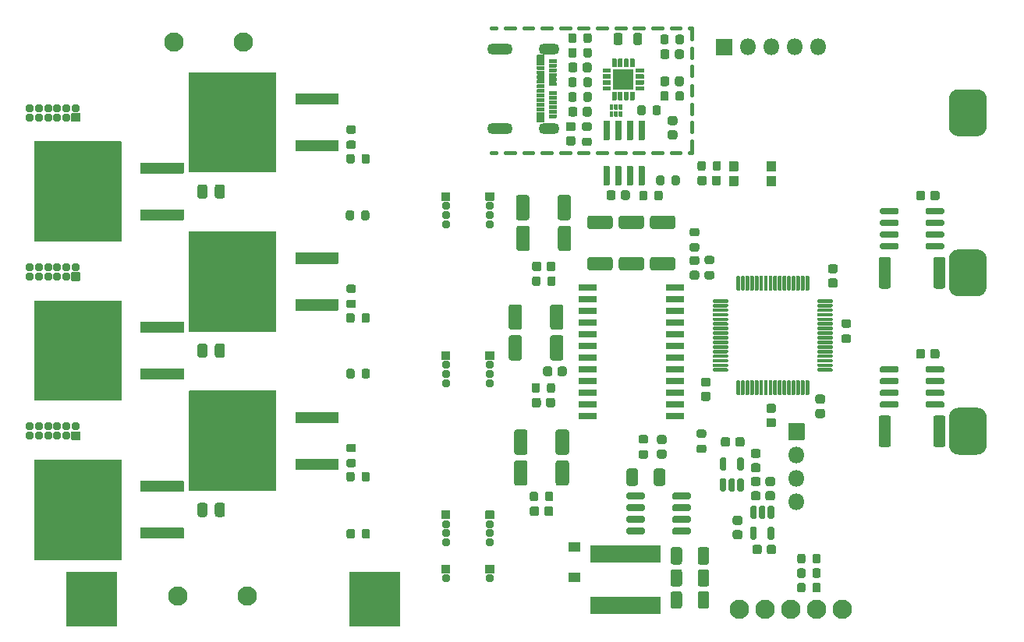
<source format=gbr>
%TF.GenerationSoftware,KiCad,Pcbnew,(5.1.8)-1*%
%TF.CreationDate,2021-01-30T00:08:38-08:00*%
%TF.ProjectId,MicroMotor,4d696372-6f4d-46f7-946f-722e6b696361,rev?*%
%TF.SameCoordinates,Original*%
%TF.FileFunction,Soldermask,Top*%
%TF.FilePolarity,Negative*%
%FSLAX46Y46*%
G04 Gerber Fmt 4.6, Leading zero omitted, Abs format (unit mm)*
G04 Created by KiCad (PCBNEW (5.1.8)-1) date 2021-01-30 00:08:38*
%MOMM*%
%LPD*%
G01*
G04 APERTURE LIST*
%ADD10C,0.100000*%
%ADD11C,0.400000*%
%ADD12C,2.100000*%
%ADD13O,0.950000X0.950000*%
%ADD14O,2.259000X1.268400*%
%ADD15O,2.767000X1.268400*%
%ADD16C,5.100000*%
%ADD17O,1.800000X1.800000*%
G04 APERTURE END LIST*
D10*
G36*
X140610000Y-128240000D02*
G01*
X135110000Y-128240000D01*
X135110000Y-122340000D01*
X140610000Y-122340000D01*
X140610000Y-128240000D01*
G37*
G36*
X109910000Y-128240000D02*
G01*
X104410000Y-128240000D01*
X104410000Y-122340000D01*
X109910000Y-122340000D01*
X109910000Y-128240000D01*
G37*
D11*
X150525000Y-63220000D02*
X151075000Y-63220000D01*
X150525000Y-76820000D02*
X151075000Y-76820000D01*
X152075000Y-63220000D02*
X153075000Y-63220000D01*
X168075000Y-63220000D02*
X169075000Y-63220000D01*
X172075000Y-63220000D02*
X172275000Y-63220000D01*
X156075000Y-63220000D02*
X157075000Y-63220000D01*
X160075000Y-63220000D02*
X161075000Y-63220000D01*
X164075000Y-63220000D02*
X165075000Y-63220000D01*
X162075000Y-63220000D02*
X163075000Y-63220000D01*
X166075000Y-63220000D02*
X167075000Y-63220000D01*
X154075000Y-63220000D02*
X155075000Y-63220000D01*
X158075000Y-63220000D02*
X159075000Y-63220000D01*
X170075000Y-63220000D02*
X171075000Y-63220000D01*
X172275000Y-66420000D02*
X172275000Y-65420000D01*
X172275000Y-68420000D02*
X172275000Y-67420000D01*
X172275000Y-64420000D02*
X172275000Y-63220000D01*
X172275000Y-72520000D02*
X172275000Y-71520000D01*
X172275000Y-74520000D02*
X172275000Y-73520000D01*
X172275000Y-70520000D02*
X172275000Y-69520000D01*
X168075000Y-76820000D02*
X169075000Y-76820000D01*
X172075000Y-76820000D02*
X172275000Y-76820000D01*
X170075000Y-76820000D02*
X171075000Y-76820000D01*
X172275000Y-76820000D02*
X172275000Y-75520000D01*
X160075000Y-76820000D02*
X161075000Y-76820000D01*
X164075000Y-76820000D02*
X165075000Y-76820000D01*
X162075000Y-76820000D02*
X163075000Y-76820000D01*
X166075000Y-76820000D02*
X167075000Y-76820000D01*
X158075000Y-76820000D02*
X159075000Y-76820000D01*
X156075000Y-76820000D02*
X157075000Y-76820000D01*
X154075000Y-76820000D02*
X155075000Y-76820000D01*
X152075000Y-76820000D02*
X153075000Y-76820000D01*
D12*
%TO.C,C28*%
X123610000Y-64740000D03*
X116110000Y-64740000D03*
%TD*%
%TO.C,J17*%
G36*
G01*
X150855000Y-121615000D02*
X150855000Y-122465000D01*
G75*
G02*
X150805000Y-122515000I-50000J0D01*
G01*
X149955000Y-122515000D01*
G75*
G02*
X149905000Y-122465000I0J50000D01*
G01*
X149905000Y-121615000D01*
G75*
G02*
X149955000Y-121565000I50000J0D01*
G01*
X150805000Y-121565000D01*
G75*
G02*
X150855000Y-121615000I0J-50000D01*
G01*
G37*
D13*
X150380000Y-123040000D03*
%TD*%
D12*
%TO.C,C28*%
X116535000Y-124990000D03*
X124035000Y-124990000D03*
%TD*%
%TO.C,J1*%
G36*
G01*
X156833701Y-66604900D02*
X157595701Y-66604900D01*
G75*
G02*
X157645701Y-66654900I0J-50000D01*
G01*
X157645701Y-66985100D01*
G75*
G02*
X157595701Y-67035100I-50000J0D01*
G01*
X156833701Y-67035100D01*
G75*
G02*
X156783701Y-66985100I0J50000D01*
G01*
X156783701Y-66654900D01*
G75*
G02*
X156833701Y-66604900I50000J0D01*
G01*
G37*
G36*
G01*
X156833701Y-67104899D02*
X157595701Y-67104899D01*
G75*
G02*
X157645701Y-67154899I0J-50000D01*
G01*
X157645701Y-67485099D01*
G75*
G02*
X157595701Y-67535099I-50000J0D01*
G01*
X156833701Y-67535099D01*
G75*
G02*
X156783701Y-67485099I0J50000D01*
G01*
X156783701Y-67154899D01*
G75*
G02*
X156833701Y-67104899I50000J0D01*
G01*
G37*
G36*
G01*
X156833701Y-67604901D02*
X157595701Y-67604901D01*
G75*
G02*
X157645701Y-67654901I0J-50000D01*
G01*
X157645701Y-67985101D01*
G75*
G02*
X157595701Y-68035101I-50000J0D01*
G01*
X156833701Y-68035101D01*
G75*
G02*
X156783701Y-67985101I0J50000D01*
G01*
X156783701Y-67654901D01*
G75*
G02*
X156833701Y-67604901I50000J0D01*
G01*
G37*
G36*
G01*
X156833701Y-68104900D02*
X157595701Y-68104900D01*
G75*
G02*
X157645701Y-68154900I0J-50000D01*
G01*
X157645701Y-68485100D01*
G75*
G02*
X157595701Y-68535100I-50000J0D01*
G01*
X156833701Y-68535100D01*
G75*
G02*
X156783701Y-68485100I0J50000D01*
G01*
X156783701Y-68154900D01*
G75*
G02*
X156833701Y-68104900I50000J0D01*
G01*
G37*
G36*
G01*
X156833701Y-68604899D02*
X157595701Y-68604899D01*
G75*
G02*
X157645701Y-68654899I0J-50000D01*
G01*
X157645701Y-68985099D01*
G75*
G02*
X157595701Y-69035099I-50000J0D01*
G01*
X156833701Y-69035099D01*
G75*
G02*
X156783701Y-68985099I0J50000D01*
G01*
X156783701Y-68654899D01*
G75*
G02*
X156833701Y-68604899I50000J0D01*
G01*
G37*
G36*
G01*
X156833701Y-69104900D02*
X157595701Y-69104900D01*
G75*
G02*
X157645701Y-69154900I0J-50000D01*
G01*
X157645701Y-69485100D01*
G75*
G02*
X157595701Y-69535100I-50000J0D01*
G01*
X156833701Y-69535100D01*
G75*
G02*
X156783701Y-69485100I0J50000D01*
G01*
X156783701Y-69154900D01*
G75*
G02*
X156833701Y-69104900I50000J0D01*
G01*
G37*
G36*
G01*
X156833701Y-70104900D02*
X157595701Y-70104900D01*
G75*
G02*
X157645701Y-70154900I0J-50000D01*
G01*
X157645701Y-70485100D01*
G75*
G02*
X157595701Y-70535100I-50000J0D01*
G01*
X156833701Y-70535100D01*
G75*
G02*
X156783701Y-70485100I0J50000D01*
G01*
X156783701Y-70154900D01*
G75*
G02*
X156833701Y-70104900I50000J0D01*
G01*
G37*
G36*
G01*
X156833701Y-70604901D02*
X157595701Y-70604901D01*
G75*
G02*
X157645701Y-70654901I0J-50000D01*
G01*
X157645701Y-70985101D01*
G75*
G02*
X157595701Y-71035101I-50000J0D01*
G01*
X156833701Y-71035101D01*
G75*
G02*
X156783701Y-70985101I0J50000D01*
G01*
X156783701Y-70654901D01*
G75*
G02*
X156833701Y-70604901I50000J0D01*
G01*
G37*
G36*
G01*
X156833701Y-71104900D02*
X157595701Y-71104900D01*
G75*
G02*
X157645701Y-71154900I0J-50000D01*
G01*
X157645701Y-71485100D01*
G75*
G02*
X157595701Y-71535100I-50000J0D01*
G01*
X156833701Y-71535100D01*
G75*
G02*
X156783701Y-71485100I0J50000D01*
G01*
X156783701Y-71154900D01*
G75*
G02*
X156833701Y-71104900I50000J0D01*
G01*
G37*
G36*
G01*
X156833701Y-71604899D02*
X157595701Y-71604899D01*
G75*
G02*
X157645701Y-71654899I0J-50000D01*
G01*
X157645701Y-71985099D01*
G75*
G02*
X157595701Y-72035099I-50000J0D01*
G01*
X156833701Y-72035099D01*
G75*
G02*
X156783701Y-71985099I0J50000D01*
G01*
X156783701Y-71654899D01*
G75*
G02*
X156833701Y-71604899I50000J0D01*
G01*
G37*
G36*
G01*
X156833701Y-72104901D02*
X157595701Y-72104901D01*
G75*
G02*
X157645701Y-72154901I0J-50000D01*
G01*
X157645701Y-72485101D01*
G75*
G02*
X157595701Y-72535101I-50000J0D01*
G01*
X156833701Y-72535101D01*
G75*
G02*
X156783701Y-72485101I0J50000D01*
G01*
X156783701Y-72154901D01*
G75*
G02*
X156833701Y-72104901I50000J0D01*
G01*
G37*
G36*
G01*
X156833701Y-72604900D02*
X157595701Y-72604900D01*
G75*
G02*
X157645701Y-72654900I0J-50000D01*
G01*
X157645701Y-72985100D01*
G75*
G02*
X157595701Y-73035100I-50000J0D01*
G01*
X156833701Y-73035100D01*
G75*
G02*
X156783701Y-72985100I0J50000D01*
G01*
X156783701Y-72654900D01*
G75*
G02*
X156833701Y-72604900I50000J0D01*
G01*
G37*
G36*
G01*
X155533699Y-66149300D02*
X156295699Y-66149300D01*
G75*
G02*
X156345699Y-66199300I0J-50000D01*
G01*
X156345699Y-67240700D01*
G75*
G02*
X156295699Y-67290700I-50000J0D01*
G01*
X155533699Y-67290700D01*
G75*
G02*
X155483699Y-67240700I0J50000D01*
G01*
X155483699Y-66199300D01*
G75*
G02*
X155533699Y-66149300I50000J0D01*
G01*
G37*
G36*
G01*
X155533699Y-67354899D02*
X156295699Y-67354899D01*
G75*
G02*
X156345699Y-67404899I0J-50000D01*
G01*
X156345699Y-67735099D01*
G75*
G02*
X156295699Y-67785099I-50000J0D01*
G01*
X155533699Y-67785099D01*
G75*
G02*
X155483699Y-67735099I0J50000D01*
G01*
X155483699Y-67404899D01*
G75*
G02*
X155533699Y-67354899I50000J0D01*
G01*
G37*
G36*
G01*
X155533699Y-67854901D02*
X156295699Y-67854901D01*
G75*
G02*
X156345699Y-67904901I0J-50000D01*
G01*
X156345699Y-68235101D01*
G75*
G02*
X156295699Y-68285101I-50000J0D01*
G01*
X155533699Y-68285101D01*
G75*
G02*
X155483699Y-68235101I0J50000D01*
G01*
X155483699Y-67904901D01*
G75*
G02*
X155533699Y-67854901I50000J0D01*
G01*
G37*
G36*
G01*
X155533699Y-68354900D02*
X156295699Y-68354900D01*
G75*
G02*
X156345699Y-68404900I0J-50000D01*
G01*
X156345699Y-68735100D01*
G75*
G02*
X156295699Y-68785100I-50000J0D01*
G01*
X155533699Y-68785100D01*
G75*
G02*
X155483699Y-68735100I0J50000D01*
G01*
X155483699Y-68404900D01*
G75*
G02*
X155533699Y-68354900I50000J0D01*
G01*
G37*
G36*
G01*
X155533699Y-68854899D02*
X156295699Y-68854899D01*
G75*
G02*
X156345699Y-68904899I0J-50000D01*
G01*
X156345699Y-69235099D01*
G75*
G02*
X156295699Y-69285099I-50000J0D01*
G01*
X155533699Y-69285099D01*
G75*
G02*
X155483699Y-69235099I0J50000D01*
G01*
X155483699Y-68904899D01*
G75*
G02*
X155533699Y-68854899I50000J0D01*
G01*
G37*
G36*
G01*
X155533699Y-69354900D02*
X156295699Y-69354900D01*
G75*
G02*
X156345699Y-69404900I0J-50000D01*
G01*
X156345699Y-69735100D01*
G75*
G02*
X156295699Y-69785100I-50000J0D01*
G01*
X155533699Y-69785100D01*
G75*
G02*
X155483699Y-69735100I0J50000D01*
G01*
X155483699Y-69404900D01*
G75*
G02*
X155533699Y-69354900I50000J0D01*
G01*
G37*
G36*
G01*
X155533699Y-69854900D02*
X156295699Y-69854900D01*
G75*
G02*
X156345699Y-69904900I0J-50000D01*
G01*
X156345699Y-70235100D01*
G75*
G02*
X156295699Y-70285100I-50000J0D01*
G01*
X155533699Y-70285100D01*
G75*
G02*
X155483699Y-70235100I0J50000D01*
G01*
X155483699Y-69904900D01*
G75*
G02*
X155533699Y-69854900I50000J0D01*
G01*
G37*
G36*
G01*
X155533699Y-70354901D02*
X156295699Y-70354901D01*
G75*
G02*
X156345699Y-70404901I0J-50000D01*
G01*
X156345699Y-70735101D01*
G75*
G02*
X156295699Y-70785101I-50000J0D01*
G01*
X155533699Y-70785101D01*
G75*
G02*
X155483699Y-70735101I0J50000D01*
G01*
X155483699Y-70404901D01*
G75*
G02*
X155533699Y-70354901I50000J0D01*
G01*
G37*
G36*
G01*
X155533699Y-70854900D02*
X156295699Y-70854900D01*
G75*
G02*
X156345699Y-70904900I0J-50000D01*
G01*
X156345699Y-71235100D01*
G75*
G02*
X156295699Y-71285100I-50000J0D01*
G01*
X155533699Y-71285100D01*
G75*
G02*
X155483699Y-71235100I0J50000D01*
G01*
X155483699Y-70904900D01*
G75*
G02*
X155533699Y-70854900I50000J0D01*
G01*
G37*
G36*
G01*
X155533699Y-71354899D02*
X156295699Y-71354899D01*
G75*
G02*
X156345699Y-71404899I0J-50000D01*
G01*
X156345699Y-71735099D01*
G75*
G02*
X156295699Y-71785099I-50000J0D01*
G01*
X155533699Y-71785099D01*
G75*
G02*
X155483699Y-71735099I0J50000D01*
G01*
X155483699Y-71404899D01*
G75*
G02*
X155533699Y-71354899I50000J0D01*
G01*
G37*
G36*
G01*
X155533699Y-71854901D02*
X156295699Y-71854901D01*
G75*
G02*
X156345699Y-71904901I0J-50000D01*
G01*
X156345699Y-72235101D01*
G75*
G02*
X156295699Y-72285101I-50000J0D01*
G01*
X155533699Y-72285101D01*
G75*
G02*
X155483699Y-72235101I0J50000D01*
G01*
X155483699Y-71904901D01*
G75*
G02*
X155533699Y-71854901I50000J0D01*
G01*
G37*
G36*
G01*
X155533699Y-72349300D02*
X156295699Y-72349300D01*
G75*
G02*
X156345699Y-72399300I0J-50000D01*
G01*
X156345699Y-73440700D01*
G75*
G02*
X156295699Y-73490700I-50000J0D01*
G01*
X155533699Y-73490700D01*
G75*
G02*
X155483699Y-73440700I0J50000D01*
G01*
X155483699Y-72399300D01*
G75*
G02*
X155533699Y-72349300I50000J0D01*
G01*
G37*
D14*
X156835700Y-65499998D03*
X156835700Y-74140002D03*
D15*
X151475700Y-65499998D03*
X151475700Y-74140002D03*
%TD*%
%TO.C,C*%
G36*
G01*
X201255000Y-69890000D02*
X203305000Y-69890000D01*
G75*
G02*
X204330000Y-70915000I0J-1025000D01*
G01*
X204330000Y-73965000D01*
G75*
G02*
X203305000Y-74990000I-1025000J0D01*
G01*
X201255000Y-74990000D01*
G75*
G02*
X200230000Y-73965000I0J1025000D01*
G01*
X200230000Y-70915000D01*
G75*
G02*
X201255000Y-69890000I1025000J0D01*
G01*
G37*
%TD*%
%TO.C,B*%
G36*
G01*
X201255000Y-87290000D02*
X203305000Y-87290000D01*
G75*
G02*
X204330000Y-88315000I0J-1025000D01*
G01*
X204330000Y-91365000D01*
G75*
G02*
X203305000Y-92390000I-1025000J0D01*
G01*
X201255000Y-92390000D01*
G75*
G02*
X200230000Y-91365000I0J1025000D01*
G01*
X200230000Y-88315000D01*
G75*
G02*
X201255000Y-87290000I1025000J0D01*
G01*
G37*
%TD*%
%TO.C,A*%
G36*
G01*
X201255000Y-104490000D02*
X203305000Y-104490000D01*
G75*
G02*
X204330000Y-105515000I0J-1025000D01*
G01*
X204330000Y-108565000D01*
G75*
G02*
X203305000Y-109590000I-1025000J0D01*
G01*
X201255000Y-109590000D01*
G75*
G02*
X200230000Y-108565000I0J1025000D01*
G01*
X200230000Y-105515000D01*
G75*
G02*
X201255000Y-104490000I1025000J0D01*
G01*
G37*
%TD*%
D16*
%TO.C,GND*%
X137860000Y-125115000D03*
%TD*%
%TO.C,48V*%
X107135000Y-125090000D03*
%TD*%
%TO.C,J3*%
G36*
G01*
X176705000Y-66190000D02*
X175005000Y-66190000D01*
G75*
G02*
X174955000Y-66140000I0J50000D01*
G01*
X174955000Y-64440000D01*
G75*
G02*
X175005000Y-64390000I50000J0D01*
G01*
X176705000Y-64390000D01*
G75*
G02*
X176755000Y-64440000I0J-50000D01*
G01*
X176755000Y-66140000D01*
G75*
G02*
X176705000Y-66190000I-50000J0D01*
G01*
G37*
D17*
X178395000Y-65290000D03*
X180935000Y-65290000D03*
X183475000Y-65290000D03*
X186015000Y-65290000D03*
%TD*%
D12*
%TO.C,G*%
X188655000Y-126390000D03*
%TD*%
%TO.C,5*%
X185855000Y-126390000D03*
%TD*%
%TO.C,C*%
X183055000Y-126390000D03*
%TD*%
%TO.C,B*%
X180255000Y-126390000D03*
%TD*%
%TO.C,A*%
X177455000Y-126390000D03*
%TD*%
%TO.C,U2*%
G36*
G01*
X184755000Y-90140000D02*
X184955000Y-90140000D01*
G75*
G02*
X185055000Y-90240000I0J-100000D01*
G01*
X185055000Y-91690000D01*
G75*
G02*
X184955000Y-91790000I-100000J0D01*
G01*
X184755000Y-91790000D01*
G75*
G02*
X184655000Y-91690000I0J100000D01*
G01*
X184655000Y-90240000D01*
G75*
G02*
X184755000Y-90140000I100000J0D01*
G01*
G37*
G36*
G01*
X184255000Y-90140000D02*
X184455000Y-90140000D01*
G75*
G02*
X184555000Y-90240000I0J-100000D01*
G01*
X184555000Y-91690000D01*
G75*
G02*
X184455000Y-91790000I-100000J0D01*
G01*
X184255000Y-91790000D01*
G75*
G02*
X184155000Y-91690000I0J100000D01*
G01*
X184155000Y-90240000D01*
G75*
G02*
X184255000Y-90140000I100000J0D01*
G01*
G37*
G36*
G01*
X183755000Y-90140000D02*
X183955000Y-90140000D01*
G75*
G02*
X184055000Y-90240000I0J-100000D01*
G01*
X184055000Y-91690000D01*
G75*
G02*
X183955000Y-91790000I-100000J0D01*
G01*
X183755000Y-91790000D01*
G75*
G02*
X183655000Y-91690000I0J100000D01*
G01*
X183655000Y-90240000D01*
G75*
G02*
X183755000Y-90140000I100000J0D01*
G01*
G37*
G36*
G01*
X183255000Y-90140000D02*
X183455000Y-90140000D01*
G75*
G02*
X183555000Y-90240000I0J-100000D01*
G01*
X183555000Y-91690000D01*
G75*
G02*
X183455000Y-91790000I-100000J0D01*
G01*
X183255000Y-91790000D01*
G75*
G02*
X183155000Y-91690000I0J100000D01*
G01*
X183155000Y-90240000D01*
G75*
G02*
X183255000Y-90140000I100000J0D01*
G01*
G37*
G36*
G01*
X182755000Y-90140000D02*
X182955000Y-90140000D01*
G75*
G02*
X183055000Y-90240000I0J-100000D01*
G01*
X183055000Y-91690000D01*
G75*
G02*
X182955000Y-91790000I-100000J0D01*
G01*
X182755000Y-91790000D01*
G75*
G02*
X182655000Y-91690000I0J100000D01*
G01*
X182655000Y-90240000D01*
G75*
G02*
X182755000Y-90140000I100000J0D01*
G01*
G37*
G36*
G01*
X182255000Y-90140000D02*
X182455000Y-90140000D01*
G75*
G02*
X182555000Y-90240000I0J-100000D01*
G01*
X182555000Y-91690000D01*
G75*
G02*
X182455000Y-91790000I-100000J0D01*
G01*
X182255000Y-91790000D01*
G75*
G02*
X182155000Y-91690000I0J100000D01*
G01*
X182155000Y-90240000D01*
G75*
G02*
X182255000Y-90140000I100000J0D01*
G01*
G37*
G36*
G01*
X181755000Y-90140000D02*
X181955000Y-90140000D01*
G75*
G02*
X182055000Y-90240000I0J-100000D01*
G01*
X182055000Y-91690000D01*
G75*
G02*
X181955000Y-91790000I-100000J0D01*
G01*
X181755000Y-91790000D01*
G75*
G02*
X181655000Y-91690000I0J100000D01*
G01*
X181655000Y-90240000D01*
G75*
G02*
X181755000Y-90140000I100000J0D01*
G01*
G37*
G36*
G01*
X181255000Y-90140000D02*
X181455000Y-90140000D01*
G75*
G02*
X181555000Y-90240000I0J-100000D01*
G01*
X181555000Y-91690000D01*
G75*
G02*
X181455000Y-91790000I-100000J0D01*
G01*
X181255000Y-91790000D01*
G75*
G02*
X181155000Y-91690000I0J100000D01*
G01*
X181155000Y-90240000D01*
G75*
G02*
X181255000Y-90140000I100000J0D01*
G01*
G37*
G36*
G01*
X180755000Y-90140000D02*
X180955000Y-90140000D01*
G75*
G02*
X181055000Y-90240000I0J-100000D01*
G01*
X181055000Y-91690000D01*
G75*
G02*
X180955000Y-91790000I-100000J0D01*
G01*
X180755000Y-91790000D01*
G75*
G02*
X180655000Y-91690000I0J100000D01*
G01*
X180655000Y-90240000D01*
G75*
G02*
X180755000Y-90140000I100000J0D01*
G01*
G37*
G36*
G01*
X180255000Y-90140000D02*
X180455000Y-90140000D01*
G75*
G02*
X180555000Y-90240000I0J-100000D01*
G01*
X180555000Y-91690000D01*
G75*
G02*
X180455000Y-91790000I-100000J0D01*
G01*
X180255000Y-91790000D01*
G75*
G02*
X180155000Y-91690000I0J100000D01*
G01*
X180155000Y-90240000D01*
G75*
G02*
X180255000Y-90140000I100000J0D01*
G01*
G37*
G36*
G01*
X179755000Y-90140000D02*
X179955000Y-90140000D01*
G75*
G02*
X180055000Y-90240000I0J-100000D01*
G01*
X180055000Y-91690000D01*
G75*
G02*
X179955000Y-91790000I-100000J0D01*
G01*
X179755000Y-91790000D01*
G75*
G02*
X179655000Y-91690000I0J100000D01*
G01*
X179655000Y-90240000D01*
G75*
G02*
X179755000Y-90140000I100000J0D01*
G01*
G37*
G36*
G01*
X179255000Y-90140000D02*
X179455000Y-90140000D01*
G75*
G02*
X179555000Y-90240000I0J-100000D01*
G01*
X179555000Y-91690000D01*
G75*
G02*
X179455000Y-91790000I-100000J0D01*
G01*
X179255000Y-91790000D01*
G75*
G02*
X179155000Y-91690000I0J100000D01*
G01*
X179155000Y-90240000D01*
G75*
G02*
X179255000Y-90140000I100000J0D01*
G01*
G37*
G36*
G01*
X178755000Y-90140000D02*
X178955000Y-90140000D01*
G75*
G02*
X179055000Y-90240000I0J-100000D01*
G01*
X179055000Y-91690000D01*
G75*
G02*
X178955000Y-91790000I-100000J0D01*
G01*
X178755000Y-91790000D01*
G75*
G02*
X178655000Y-91690000I0J100000D01*
G01*
X178655000Y-90240000D01*
G75*
G02*
X178755000Y-90140000I100000J0D01*
G01*
G37*
G36*
G01*
X178255000Y-90140000D02*
X178455000Y-90140000D01*
G75*
G02*
X178555000Y-90240000I0J-100000D01*
G01*
X178555000Y-91690000D01*
G75*
G02*
X178455000Y-91790000I-100000J0D01*
G01*
X178255000Y-91790000D01*
G75*
G02*
X178155000Y-91690000I0J100000D01*
G01*
X178155000Y-90240000D01*
G75*
G02*
X178255000Y-90140000I100000J0D01*
G01*
G37*
G36*
G01*
X177755000Y-90140000D02*
X177955000Y-90140000D01*
G75*
G02*
X178055000Y-90240000I0J-100000D01*
G01*
X178055000Y-91690000D01*
G75*
G02*
X177955000Y-91790000I-100000J0D01*
G01*
X177755000Y-91790000D01*
G75*
G02*
X177655000Y-91690000I0J100000D01*
G01*
X177655000Y-90240000D01*
G75*
G02*
X177755000Y-90140000I100000J0D01*
G01*
G37*
G36*
G01*
X177255000Y-90140000D02*
X177455000Y-90140000D01*
G75*
G02*
X177555000Y-90240000I0J-100000D01*
G01*
X177555000Y-91690000D01*
G75*
G02*
X177455000Y-91790000I-100000J0D01*
G01*
X177255000Y-91790000D01*
G75*
G02*
X177155000Y-91690000I0J100000D01*
G01*
X177155000Y-90240000D01*
G75*
G02*
X177255000Y-90140000I100000J0D01*
G01*
G37*
G36*
G01*
X174705000Y-92690000D02*
X176155000Y-92690000D01*
G75*
G02*
X176255000Y-92790000I0J-100000D01*
G01*
X176255000Y-92990000D01*
G75*
G02*
X176155000Y-93090000I-100000J0D01*
G01*
X174705000Y-93090000D01*
G75*
G02*
X174605000Y-92990000I0J100000D01*
G01*
X174605000Y-92790000D01*
G75*
G02*
X174705000Y-92690000I100000J0D01*
G01*
G37*
G36*
G01*
X174705000Y-93190000D02*
X176155000Y-93190000D01*
G75*
G02*
X176255000Y-93290000I0J-100000D01*
G01*
X176255000Y-93490000D01*
G75*
G02*
X176155000Y-93590000I-100000J0D01*
G01*
X174705000Y-93590000D01*
G75*
G02*
X174605000Y-93490000I0J100000D01*
G01*
X174605000Y-93290000D01*
G75*
G02*
X174705000Y-93190000I100000J0D01*
G01*
G37*
G36*
G01*
X174705000Y-93690000D02*
X176155000Y-93690000D01*
G75*
G02*
X176255000Y-93790000I0J-100000D01*
G01*
X176255000Y-93990000D01*
G75*
G02*
X176155000Y-94090000I-100000J0D01*
G01*
X174705000Y-94090000D01*
G75*
G02*
X174605000Y-93990000I0J100000D01*
G01*
X174605000Y-93790000D01*
G75*
G02*
X174705000Y-93690000I100000J0D01*
G01*
G37*
G36*
G01*
X174705000Y-94190000D02*
X176155000Y-94190000D01*
G75*
G02*
X176255000Y-94290000I0J-100000D01*
G01*
X176255000Y-94490000D01*
G75*
G02*
X176155000Y-94590000I-100000J0D01*
G01*
X174705000Y-94590000D01*
G75*
G02*
X174605000Y-94490000I0J100000D01*
G01*
X174605000Y-94290000D01*
G75*
G02*
X174705000Y-94190000I100000J0D01*
G01*
G37*
G36*
G01*
X174705000Y-94690000D02*
X176155000Y-94690000D01*
G75*
G02*
X176255000Y-94790000I0J-100000D01*
G01*
X176255000Y-94990000D01*
G75*
G02*
X176155000Y-95090000I-100000J0D01*
G01*
X174705000Y-95090000D01*
G75*
G02*
X174605000Y-94990000I0J100000D01*
G01*
X174605000Y-94790000D01*
G75*
G02*
X174705000Y-94690000I100000J0D01*
G01*
G37*
G36*
G01*
X174705000Y-95190000D02*
X176155000Y-95190000D01*
G75*
G02*
X176255000Y-95290000I0J-100000D01*
G01*
X176255000Y-95490000D01*
G75*
G02*
X176155000Y-95590000I-100000J0D01*
G01*
X174705000Y-95590000D01*
G75*
G02*
X174605000Y-95490000I0J100000D01*
G01*
X174605000Y-95290000D01*
G75*
G02*
X174705000Y-95190000I100000J0D01*
G01*
G37*
G36*
G01*
X174705000Y-95690000D02*
X176155000Y-95690000D01*
G75*
G02*
X176255000Y-95790000I0J-100000D01*
G01*
X176255000Y-95990000D01*
G75*
G02*
X176155000Y-96090000I-100000J0D01*
G01*
X174705000Y-96090000D01*
G75*
G02*
X174605000Y-95990000I0J100000D01*
G01*
X174605000Y-95790000D01*
G75*
G02*
X174705000Y-95690000I100000J0D01*
G01*
G37*
G36*
G01*
X174705000Y-96190000D02*
X176155000Y-96190000D01*
G75*
G02*
X176255000Y-96290000I0J-100000D01*
G01*
X176255000Y-96490000D01*
G75*
G02*
X176155000Y-96590000I-100000J0D01*
G01*
X174705000Y-96590000D01*
G75*
G02*
X174605000Y-96490000I0J100000D01*
G01*
X174605000Y-96290000D01*
G75*
G02*
X174705000Y-96190000I100000J0D01*
G01*
G37*
G36*
G01*
X174705000Y-96690000D02*
X176155000Y-96690000D01*
G75*
G02*
X176255000Y-96790000I0J-100000D01*
G01*
X176255000Y-96990000D01*
G75*
G02*
X176155000Y-97090000I-100000J0D01*
G01*
X174705000Y-97090000D01*
G75*
G02*
X174605000Y-96990000I0J100000D01*
G01*
X174605000Y-96790000D01*
G75*
G02*
X174705000Y-96690000I100000J0D01*
G01*
G37*
G36*
G01*
X174705000Y-97190000D02*
X176155000Y-97190000D01*
G75*
G02*
X176255000Y-97290000I0J-100000D01*
G01*
X176255000Y-97490000D01*
G75*
G02*
X176155000Y-97590000I-100000J0D01*
G01*
X174705000Y-97590000D01*
G75*
G02*
X174605000Y-97490000I0J100000D01*
G01*
X174605000Y-97290000D01*
G75*
G02*
X174705000Y-97190000I100000J0D01*
G01*
G37*
G36*
G01*
X174705000Y-97690000D02*
X176155000Y-97690000D01*
G75*
G02*
X176255000Y-97790000I0J-100000D01*
G01*
X176255000Y-97990000D01*
G75*
G02*
X176155000Y-98090000I-100000J0D01*
G01*
X174705000Y-98090000D01*
G75*
G02*
X174605000Y-97990000I0J100000D01*
G01*
X174605000Y-97790000D01*
G75*
G02*
X174705000Y-97690000I100000J0D01*
G01*
G37*
G36*
G01*
X174705000Y-98190000D02*
X176155000Y-98190000D01*
G75*
G02*
X176255000Y-98290000I0J-100000D01*
G01*
X176255000Y-98490000D01*
G75*
G02*
X176155000Y-98590000I-100000J0D01*
G01*
X174705000Y-98590000D01*
G75*
G02*
X174605000Y-98490000I0J100000D01*
G01*
X174605000Y-98290000D01*
G75*
G02*
X174705000Y-98190000I100000J0D01*
G01*
G37*
G36*
G01*
X174705000Y-98690000D02*
X176155000Y-98690000D01*
G75*
G02*
X176255000Y-98790000I0J-100000D01*
G01*
X176255000Y-98990000D01*
G75*
G02*
X176155000Y-99090000I-100000J0D01*
G01*
X174705000Y-99090000D01*
G75*
G02*
X174605000Y-98990000I0J100000D01*
G01*
X174605000Y-98790000D01*
G75*
G02*
X174705000Y-98690000I100000J0D01*
G01*
G37*
G36*
G01*
X174705000Y-99190000D02*
X176155000Y-99190000D01*
G75*
G02*
X176255000Y-99290000I0J-100000D01*
G01*
X176255000Y-99490000D01*
G75*
G02*
X176155000Y-99590000I-100000J0D01*
G01*
X174705000Y-99590000D01*
G75*
G02*
X174605000Y-99490000I0J100000D01*
G01*
X174605000Y-99290000D01*
G75*
G02*
X174705000Y-99190000I100000J0D01*
G01*
G37*
G36*
G01*
X174705000Y-99690000D02*
X176155000Y-99690000D01*
G75*
G02*
X176255000Y-99790000I0J-100000D01*
G01*
X176255000Y-99990000D01*
G75*
G02*
X176155000Y-100090000I-100000J0D01*
G01*
X174705000Y-100090000D01*
G75*
G02*
X174605000Y-99990000I0J100000D01*
G01*
X174605000Y-99790000D01*
G75*
G02*
X174705000Y-99690000I100000J0D01*
G01*
G37*
G36*
G01*
X174705000Y-100190000D02*
X176155000Y-100190000D01*
G75*
G02*
X176255000Y-100290000I0J-100000D01*
G01*
X176255000Y-100490000D01*
G75*
G02*
X176155000Y-100590000I-100000J0D01*
G01*
X174705000Y-100590000D01*
G75*
G02*
X174605000Y-100490000I0J100000D01*
G01*
X174605000Y-100290000D01*
G75*
G02*
X174705000Y-100190000I100000J0D01*
G01*
G37*
G36*
G01*
X177255000Y-101490000D02*
X177455000Y-101490000D01*
G75*
G02*
X177555000Y-101590000I0J-100000D01*
G01*
X177555000Y-103040000D01*
G75*
G02*
X177455000Y-103140000I-100000J0D01*
G01*
X177255000Y-103140000D01*
G75*
G02*
X177155000Y-103040000I0J100000D01*
G01*
X177155000Y-101590000D01*
G75*
G02*
X177255000Y-101490000I100000J0D01*
G01*
G37*
G36*
G01*
X177755000Y-101490000D02*
X177955000Y-101490000D01*
G75*
G02*
X178055000Y-101590000I0J-100000D01*
G01*
X178055000Y-103040000D01*
G75*
G02*
X177955000Y-103140000I-100000J0D01*
G01*
X177755000Y-103140000D01*
G75*
G02*
X177655000Y-103040000I0J100000D01*
G01*
X177655000Y-101590000D01*
G75*
G02*
X177755000Y-101490000I100000J0D01*
G01*
G37*
G36*
G01*
X178255000Y-101490000D02*
X178455000Y-101490000D01*
G75*
G02*
X178555000Y-101590000I0J-100000D01*
G01*
X178555000Y-103040000D01*
G75*
G02*
X178455000Y-103140000I-100000J0D01*
G01*
X178255000Y-103140000D01*
G75*
G02*
X178155000Y-103040000I0J100000D01*
G01*
X178155000Y-101590000D01*
G75*
G02*
X178255000Y-101490000I100000J0D01*
G01*
G37*
G36*
G01*
X178755000Y-101490000D02*
X178955000Y-101490000D01*
G75*
G02*
X179055000Y-101590000I0J-100000D01*
G01*
X179055000Y-103040000D01*
G75*
G02*
X178955000Y-103140000I-100000J0D01*
G01*
X178755000Y-103140000D01*
G75*
G02*
X178655000Y-103040000I0J100000D01*
G01*
X178655000Y-101590000D01*
G75*
G02*
X178755000Y-101490000I100000J0D01*
G01*
G37*
G36*
G01*
X179255000Y-101490000D02*
X179455000Y-101490000D01*
G75*
G02*
X179555000Y-101590000I0J-100000D01*
G01*
X179555000Y-103040000D01*
G75*
G02*
X179455000Y-103140000I-100000J0D01*
G01*
X179255000Y-103140000D01*
G75*
G02*
X179155000Y-103040000I0J100000D01*
G01*
X179155000Y-101590000D01*
G75*
G02*
X179255000Y-101490000I100000J0D01*
G01*
G37*
G36*
G01*
X179755000Y-101490000D02*
X179955000Y-101490000D01*
G75*
G02*
X180055000Y-101590000I0J-100000D01*
G01*
X180055000Y-103040000D01*
G75*
G02*
X179955000Y-103140000I-100000J0D01*
G01*
X179755000Y-103140000D01*
G75*
G02*
X179655000Y-103040000I0J100000D01*
G01*
X179655000Y-101590000D01*
G75*
G02*
X179755000Y-101490000I100000J0D01*
G01*
G37*
G36*
G01*
X180255000Y-101490000D02*
X180455000Y-101490000D01*
G75*
G02*
X180555000Y-101590000I0J-100000D01*
G01*
X180555000Y-103040000D01*
G75*
G02*
X180455000Y-103140000I-100000J0D01*
G01*
X180255000Y-103140000D01*
G75*
G02*
X180155000Y-103040000I0J100000D01*
G01*
X180155000Y-101590000D01*
G75*
G02*
X180255000Y-101490000I100000J0D01*
G01*
G37*
G36*
G01*
X180755000Y-101490000D02*
X180955000Y-101490000D01*
G75*
G02*
X181055000Y-101590000I0J-100000D01*
G01*
X181055000Y-103040000D01*
G75*
G02*
X180955000Y-103140000I-100000J0D01*
G01*
X180755000Y-103140000D01*
G75*
G02*
X180655000Y-103040000I0J100000D01*
G01*
X180655000Y-101590000D01*
G75*
G02*
X180755000Y-101490000I100000J0D01*
G01*
G37*
G36*
G01*
X181255000Y-101490000D02*
X181455000Y-101490000D01*
G75*
G02*
X181555000Y-101590000I0J-100000D01*
G01*
X181555000Y-103040000D01*
G75*
G02*
X181455000Y-103140000I-100000J0D01*
G01*
X181255000Y-103140000D01*
G75*
G02*
X181155000Y-103040000I0J100000D01*
G01*
X181155000Y-101590000D01*
G75*
G02*
X181255000Y-101490000I100000J0D01*
G01*
G37*
G36*
G01*
X181755000Y-101490000D02*
X181955000Y-101490000D01*
G75*
G02*
X182055000Y-101590000I0J-100000D01*
G01*
X182055000Y-103040000D01*
G75*
G02*
X181955000Y-103140000I-100000J0D01*
G01*
X181755000Y-103140000D01*
G75*
G02*
X181655000Y-103040000I0J100000D01*
G01*
X181655000Y-101590000D01*
G75*
G02*
X181755000Y-101490000I100000J0D01*
G01*
G37*
G36*
G01*
X182255000Y-101490000D02*
X182455000Y-101490000D01*
G75*
G02*
X182555000Y-101590000I0J-100000D01*
G01*
X182555000Y-103040000D01*
G75*
G02*
X182455000Y-103140000I-100000J0D01*
G01*
X182255000Y-103140000D01*
G75*
G02*
X182155000Y-103040000I0J100000D01*
G01*
X182155000Y-101590000D01*
G75*
G02*
X182255000Y-101490000I100000J0D01*
G01*
G37*
G36*
G01*
X182755000Y-101490000D02*
X182955000Y-101490000D01*
G75*
G02*
X183055000Y-101590000I0J-100000D01*
G01*
X183055000Y-103040000D01*
G75*
G02*
X182955000Y-103140000I-100000J0D01*
G01*
X182755000Y-103140000D01*
G75*
G02*
X182655000Y-103040000I0J100000D01*
G01*
X182655000Y-101590000D01*
G75*
G02*
X182755000Y-101490000I100000J0D01*
G01*
G37*
G36*
G01*
X183255000Y-101490000D02*
X183455000Y-101490000D01*
G75*
G02*
X183555000Y-101590000I0J-100000D01*
G01*
X183555000Y-103040000D01*
G75*
G02*
X183455000Y-103140000I-100000J0D01*
G01*
X183255000Y-103140000D01*
G75*
G02*
X183155000Y-103040000I0J100000D01*
G01*
X183155000Y-101590000D01*
G75*
G02*
X183255000Y-101490000I100000J0D01*
G01*
G37*
G36*
G01*
X183755000Y-101490000D02*
X183955000Y-101490000D01*
G75*
G02*
X184055000Y-101590000I0J-100000D01*
G01*
X184055000Y-103040000D01*
G75*
G02*
X183955000Y-103140000I-100000J0D01*
G01*
X183755000Y-103140000D01*
G75*
G02*
X183655000Y-103040000I0J100000D01*
G01*
X183655000Y-101590000D01*
G75*
G02*
X183755000Y-101490000I100000J0D01*
G01*
G37*
G36*
G01*
X184255000Y-101490000D02*
X184455000Y-101490000D01*
G75*
G02*
X184555000Y-101590000I0J-100000D01*
G01*
X184555000Y-103040000D01*
G75*
G02*
X184455000Y-103140000I-100000J0D01*
G01*
X184255000Y-103140000D01*
G75*
G02*
X184155000Y-103040000I0J100000D01*
G01*
X184155000Y-101590000D01*
G75*
G02*
X184255000Y-101490000I100000J0D01*
G01*
G37*
G36*
G01*
X184755000Y-101490000D02*
X184955000Y-101490000D01*
G75*
G02*
X185055000Y-101590000I0J-100000D01*
G01*
X185055000Y-103040000D01*
G75*
G02*
X184955000Y-103140000I-100000J0D01*
G01*
X184755000Y-103140000D01*
G75*
G02*
X184655000Y-103040000I0J100000D01*
G01*
X184655000Y-101590000D01*
G75*
G02*
X184755000Y-101490000I100000J0D01*
G01*
G37*
G36*
G01*
X186055000Y-100190000D02*
X187505000Y-100190000D01*
G75*
G02*
X187605000Y-100290000I0J-100000D01*
G01*
X187605000Y-100490000D01*
G75*
G02*
X187505000Y-100590000I-100000J0D01*
G01*
X186055000Y-100590000D01*
G75*
G02*
X185955000Y-100490000I0J100000D01*
G01*
X185955000Y-100290000D01*
G75*
G02*
X186055000Y-100190000I100000J0D01*
G01*
G37*
G36*
G01*
X186055000Y-99690000D02*
X187505000Y-99690000D01*
G75*
G02*
X187605000Y-99790000I0J-100000D01*
G01*
X187605000Y-99990000D01*
G75*
G02*
X187505000Y-100090000I-100000J0D01*
G01*
X186055000Y-100090000D01*
G75*
G02*
X185955000Y-99990000I0J100000D01*
G01*
X185955000Y-99790000D01*
G75*
G02*
X186055000Y-99690000I100000J0D01*
G01*
G37*
G36*
G01*
X186055000Y-99190000D02*
X187505000Y-99190000D01*
G75*
G02*
X187605000Y-99290000I0J-100000D01*
G01*
X187605000Y-99490000D01*
G75*
G02*
X187505000Y-99590000I-100000J0D01*
G01*
X186055000Y-99590000D01*
G75*
G02*
X185955000Y-99490000I0J100000D01*
G01*
X185955000Y-99290000D01*
G75*
G02*
X186055000Y-99190000I100000J0D01*
G01*
G37*
G36*
G01*
X186055000Y-98690000D02*
X187505000Y-98690000D01*
G75*
G02*
X187605000Y-98790000I0J-100000D01*
G01*
X187605000Y-98990000D01*
G75*
G02*
X187505000Y-99090000I-100000J0D01*
G01*
X186055000Y-99090000D01*
G75*
G02*
X185955000Y-98990000I0J100000D01*
G01*
X185955000Y-98790000D01*
G75*
G02*
X186055000Y-98690000I100000J0D01*
G01*
G37*
G36*
G01*
X186055000Y-98190000D02*
X187505000Y-98190000D01*
G75*
G02*
X187605000Y-98290000I0J-100000D01*
G01*
X187605000Y-98490000D01*
G75*
G02*
X187505000Y-98590000I-100000J0D01*
G01*
X186055000Y-98590000D01*
G75*
G02*
X185955000Y-98490000I0J100000D01*
G01*
X185955000Y-98290000D01*
G75*
G02*
X186055000Y-98190000I100000J0D01*
G01*
G37*
G36*
G01*
X186055000Y-97690000D02*
X187505000Y-97690000D01*
G75*
G02*
X187605000Y-97790000I0J-100000D01*
G01*
X187605000Y-97990000D01*
G75*
G02*
X187505000Y-98090000I-100000J0D01*
G01*
X186055000Y-98090000D01*
G75*
G02*
X185955000Y-97990000I0J100000D01*
G01*
X185955000Y-97790000D01*
G75*
G02*
X186055000Y-97690000I100000J0D01*
G01*
G37*
G36*
G01*
X186055000Y-97190000D02*
X187505000Y-97190000D01*
G75*
G02*
X187605000Y-97290000I0J-100000D01*
G01*
X187605000Y-97490000D01*
G75*
G02*
X187505000Y-97590000I-100000J0D01*
G01*
X186055000Y-97590000D01*
G75*
G02*
X185955000Y-97490000I0J100000D01*
G01*
X185955000Y-97290000D01*
G75*
G02*
X186055000Y-97190000I100000J0D01*
G01*
G37*
G36*
G01*
X186055000Y-96690000D02*
X187505000Y-96690000D01*
G75*
G02*
X187605000Y-96790000I0J-100000D01*
G01*
X187605000Y-96990000D01*
G75*
G02*
X187505000Y-97090000I-100000J0D01*
G01*
X186055000Y-97090000D01*
G75*
G02*
X185955000Y-96990000I0J100000D01*
G01*
X185955000Y-96790000D01*
G75*
G02*
X186055000Y-96690000I100000J0D01*
G01*
G37*
G36*
G01*
X186055000Y-96190000D02*
X187505000Y-96190000D01*
G75*
G02*
X187605000Y-96290000I0J-100000D01*
G01*
X187605000Y-96490000D01*
G75*
G02*
X187505000Y-96590000I-100000J0D01*
G01*
X186055000Y-96590000D01*
G75*
G02*
X185955000Y-96490000I0J100000D01*
G01*
X185955000Y-96290000D01*
G75*
G02*
X186055000Y-96190000I100000J0D01*
G01*
G37*
G36*
G01*
X186055000Y-95690000D02*
X187505000Y-95690000D01*
G75*
G02*
X187605000Y-95790000I0J-100000D01*
G01*
X187605000Y-95990000D01*
G75*
G02*
X187505000Y-96090000I-100000J0D01*
G01*
X186055000Y-96090000D01*
G75*
G02*
X185955000Y-95990000I0J100000D01*
G01*
X185955000Y-95790000D01*
G75*
G02*
X186055000Y-95690000I100000J0D01*
G01*
G37*
G36*
G01*
X186055000Y-95190000D02*
X187505000Y-95190000D01*
G75*
G02*
X187605000Y-95290000I0J-100000D01*
G01*
X187605000Y-95490000D01*
G75*
G02*
X187505000Y-95590000I-100000J0D01*
G01*
X186055000Y-95590000D01*
G75*
G02*
X185955000Y-95490000I0J100000D01*
G01*
X185955000Y-95290000D01*
G75*
G02*
X186055000Y-95190000I100000J0D01*
G01*
G37*
G36*
G01*
X186055000Y-94690000D02*
X187505000Y-94690000D01*
G75*
G02*
X187605000Y-94790000I0J-100000D01*
G01*
X187605000Y-94990000D01*
G75*
G02*
X187505000Y-95090000I-100000J0D01*
G01*
X186055000Y-95090000D01*
G75*
G02*
X185955000Y-94990000I0J100000D01*
G01*
X185955000Y-94790000D01*
G75*
G02*
X186055000Y-94690000I100000J0D01*
G01*
G37*
G36*
G01*
X186055000Y-94190000D02*
X187505000Y-94190000D01*
G75*
G02*
X187605000Y-94290000I0J-100000D01*
G01*
X187605000Y-94490000D01*
G75*
G02*
X187505000Y-94590000I-100000J0D01*
G01*
X186055000Y-94590000D01*
G75*
G02*
X185955000Y-94490000I0J100000D01*
G01*
X185955000Y-94290000D01*
G75*
G02*
X186055000Y-94190000I100000J0D01*
G01*
G37*
G36*
G01*
X186055000Y-93690000D02*
X187505000Y-93690000D01*
G75*
G02*
X187605000Y-93790000I0J-100000D01*
G01*
X187605000Y-93990000D01*
G75*
G02*
X187505000Y-94090000I-100000J0D01*
G01*
X186055000Y-94090000D01*
G75*
G02*
X185955000Y-93990000I0J100000D01*
G01*
X185955000Y-93790000D01*
G75*
G02*
X186055000Y-93690000I100000J0D01*
G01*
G37*
G36*
G01*
X186055000Y-93190000D02*
X187505000Y-93190000D01*
G75*
G02*
X187605000Y-93290000I0J-100000D01*
G01*
X187605000Y-93490000D01*
G75*
G02*
X187505000Y-93590000I-100000J0D01*
G01*
X186055000Y-93590000D01*
G75*
G02*
X185955000Y-93490000I0J100000D01*
G01*
X185955000Y-93290000D01*
G75*
G02*
X186055000Y-93190000I100000J0D01*
G01*
G37*
G36*
G01*
X186055000Y-92690000D02*
X187505000Y-92690000D01*
G75*
G02*
X187605000Y-92790000I0J-100000D01*
G01*
X187605000Y-92990000D01*
G75*
G02*
X187505000Y-93090000I-100000J0D01*
G01*
X186055000Y-93090000D01*
G75*
G02*
X185955000Y-92990000I0J100000D01*
G01*
X185955000Y-92790000D01*
G75*
G02*
X186055000Y-92690000I100000J0D01*
G01*
G37*
%TD*%
%TO.C,R15*%
G36*
G01*
X137360000Y-111690000D02*
X137360000Y-112290000D01*
G75*
G02*
X137135000Y-112515000I-225000J0D01*
G01*
X136685000Y-112515000D01*
G75*
G02*
X136460000Y-112290000I0J225000D01*
G01*
X136460000Y-111690000D01*
G75*
G02*
X136685000Y-111465000I225000J0D01*
G01*
X137135000Y-111465000D01*
G75*
G02*
X137360000Y-111690000I0J-225000D01*
G01*
G37*
G36*
G01*
X135710000Y-111690000D02*
X135710000Y-112290000D01*
G75*
G02*
X135485000Y-112515000I-225000J0D01*
G01*
X135035000Y-112515000D01*
G75*
G02*
X134810000Y-112290000I0J225000D01*
G01*
X134810000Y-111690000D01*
G75*
G02*
X135035000Y-111465000I225000J0D01*
G01*
X135485000Y-111465000D01*
G75*
G02*
X135710000Y-111690000I0J-225000D01*
G01*
G37*
%TD*%
%TO.C,Q1*%
G36*
G01*
X110410000Y-110190000D02*
X110410000Y-120990000D01*
G75*
G02*
X110360000Y-121040000I-50000J0D01*
G01*
X100960000Y-121040000D01*
G75*
G02*
X100910000Y-120990000I0J50000D01*
G01*
X100910000Y-110190000D01*
G75*
G02*
X100960000Y-110140000I50000J0D01*
G01*
X110360000Y-110140000D01*
G75*
G02*
X110410000Y-110190000I0J-50000D01*
G01*
G37*
G36*
G01*
X117160000Y-112500000D02*
X117160000Y-113600000D01*
G75*
G02*
X117110000Y-113650000I-50000J0D01*
G01*
X112510000Y-113650000D01*
G75*
G02*
X112460000Y-113600000I0J50000D01*
G01*
X112460000Y-112500000D01*
G75*
G02*
X112510000Y-112450000I50000J0D01*
G01*
X117110000Y-112450000D01*
G75*
G02*
X117160000Y-112500000I0J-50000D01*
G01*
G37*
G36*
G01*
X117160000Y-117580000D02*
X117160000Y-118680000D01*
G75*
G02*
X117110000Y-118730000I-50000J0D01*
G01*
X112510000Y-118730000D01*
G75*
G02*
X112460000Y-118680000I0J50000D01*
G01*
X112460000Y-117580000D01*
G75*
G02*
X112510000Y-117530000I50000J0D01*
G01*
X117110000Y-117530000D01*
G75*
G02*
X117160000Y-117580000I0J-50000D01*
G01*
G37*
%TD*%
%TO.C,R21*%
G36*
G01*
X172305000Y-86615000D02*
X172905000Y-86615000D01*
G75*
G02*
X173130000Y-86840000I0J-225000D01*
G01*
X173130000Y-87290000D01*
G75*
G02*
X172905000Y-87515000I-225000J0D01*
G01*
X172305000Y-87515000D01*
G75*
G02*
X172080000Y-87290000I0J225000D01*
G01*
X172080000Y-86840000D01*
G75*
G02*
X172305000Y-86615000I225000J0D01*
G01*
G37*
G36*
G01*
X172305000Y-84965000D02*
X172905000Y-84965000D01*
G75*
G02*
X173130000Y-85190000I0J-225000D01*
G01*
X173130000Y-85640000D01*
G75*
G02*
X172905000Y-85865000I-225000J0D01*
G01*
X172305000Y-85865000D01*
G75*
G02*
X172080000Y-85640000I0J225000D01*
G01*
X172080000Y-85190000D01*
G75*
G02*
X172305000Y-84965000I225000J0D01*
G01*
G37*
%TD*%
%TO.C,D14*%
G36*
G01*
X172886250Y-88990000D02*
X172323750Y-88990000D01*
G75*
G02*
X172080000Y-88746250I0J243750D01*
G01*
X172080000Y-88258750D01*
G75*
G02*
X172323750Y-88015000I243750J0D01*
G01*
X172886250Y-88015000D01*
G75*
G02*
X173130000Y-88258750I0J-243750D01*
G01*
X173130000Y-88746250D01*
G75*
G02*
X172886250Y-88990000I-243750J0D01*
G01*
G37*
G36*
G01*
X172886250Y-90565000D02*
X172323750Y-90565000D01*
G75*
G02*
X172080000Y-90321250I0J243750D01*
G01*
X172080000Y-89833750D01*
G75*
G02*
X172323750Y-89590000I243750J0D01*
G01*
X172886250Y-89590000D01*
G75*
G02*
X173130000Y-89833750I0J-243750D01*
G01*
X173130000Y-90321250D01*
G75*
G02*
X172886250Y-90565000I-243750J0D01*
G01*
G37*
%TD*%
%TO.C,D13*%
G36*
G01*
X169336250Y-108440000D02*
X168773750Y-108440000D01*
G75*
G02*
X168530000Y-108196250I0J243750D01*
G01*
X168530000Y-107708750D01*
G75*
G02*
X168773750Y-107465000I243750J0D01*
G01*
X169336250Y-107465000D01*
G75*
G02*
X169580000Y-107708750I0J-243750D01*
G01*
X169580000Y-108196250D01*
G75*
G02*
X169336250Y-108440000I-243750J0D01*
G01*
G37*
G36*
G01*
X169336250Y-110015000D02*
X168773750Y-110015000D01*
G75*
G02*
X168530000Y-109771250I0J243750D01*
G01*
X168530000Y-109283750D01*
G75*
G02*
X168773750Y-109040000I243750J0D01*
G01*
X169336250Y-109040000D01*
G75*
G02*
X169580000Y-109283750I0J-243750D01*
G01*
X169580000Y-109771250D01*
G75*
G02*
X169336250Y-110015000I-243750J0D01*
G01*
G37*
%TD*%
%TO.C,U9*%
G36*
G01*
X162007700Y-105145599D02*
X162007700Y-105704401D01*
G75*
G02*
X161957701Y-105754400I-49999J0D01*
G01*
X160078099Y-105754400D01*
G75*
G02*
X160028100Y-105704401I0J49999D01*
G01*
X160028100Y-105145599D01*
G75*
G02*
X160078099Y-105095600I49999J0D01*
G01*
X161957701Y-105095600D01*
G75*
G02*
X162007700Y-105145599I0J-49999D01*
G01*
G37*
G36*
G01*
X162007700Y-103875599D02*
X162007700Y-104434401D01*
G75*
G02*
X161957701Y-104484400I-49999J0D01*
G01*
X160078099Y-104484400D01*
G75*
G02*
X160028100Y-104434401I0J49999D01*
G01*
X160028100Y-103875599D01*
G75*
G02*
X160078099Y-103825600I49999J0D01*
G01*
X161957701Y-103825600D01*
G75*
G02*
X162007700Y-103875599I0J-49999D01*
G01*
G37*
G36*
G01*
X162007700Y-102605599D02*
X162007700Y-103164401D01*
G75*
G02*
X161957701Y-103214400I-49999J0D01*
G01*
X160078099Y-103214400D01*
G75*
G02*
X160028100Y-103164401I0J49999D01*
G01*
X160028100Y-102605599D01*
G75*
G02*
X160078099Y-102555600I49999J0D01*
G01*
X161957701Y-102555600D01*
G75*
G02*
X162007700Y-102605599I0J-49999D01*
G01*
G37*
G36*
G01*
X162007700Y-101335599D02*
X162007700Y-101894401D01*
G75*
G02*
X161957701Y-101944400I-49999J0D01*
G01*
X160078099Y-101944400D01*
G75*
G02*
X160028100Y-101894401I0J49999D01*
G01*
X160028100Y-101335599D01*
G75*
G02*
X160078099Y-101285600I49999J0D01*
G01*
X161957701Y-101285600D01*
G75*
G02*
X162007700Y-101335599I0J-49999D01*
G01*
G37*
G36*
G01*
X162007700Y-100065599D02*
X162007700Y-100624401D01*
G75*
G02*
X161957701Y-100674400I-49999J0D01*
G01*
X160078099Y-100674400D01*
G75*
G02*
X160028100Y-100624401I0J49999D01*
G01*
X160028100Y-100065599D01*
G75*
G02*
X160078099Y-100015600I49999J0D01*
G01*
X161957701Y-100015600D01*
G75*
G02*
X162007700Y-100065599I0J-49999D01*
G01*
G37*
G36*
G01*
X162007700Y-98795599D02*
X162007700Y-99354401D01*
G75*
G02*
X161957701Y-99404400I-49999J0D01*
G01*
X160078099Y-99404400D01*
G75*
G02*
X160028100Y-99354401I0J49999D01*
G01*
X160028100Y-98795599D01*
G75*
G02*
X160078099Y-98745600I49999J0D01*
G01*
X161957701Y-98745600D01*
G75*
G02*
X162007700Y-98795599I0J-49999D01*
G01*
G37*
G36*
G01*
X162007700Y-97525599D02*
X162007700Y-98084401D01*
G75*
G02*
X161957701Y-98134400I-49999J0D01*
G01*
X160078099Y-98134400D01*
G75*
G02*
X160028100Y-98084401I0J49999D01*
G01*
X160028100Y-97525599D01*
G75*
G02*
X160078099Y-97475600I49999J0D01*
G01*
X161957701Y-97475600D01*
G75*
G02*
X162007700Y-97525599I0J-49999D01*
G01*
G37*
G36*
G01*
X162007700Y-96255599D02*
X162007700Y-96814401D01*
G75*
G02*
X161957701Y-96864400I-49999J0D01*
G01*
X160078099Y-96864400D01*
G75*
G02*
X160028100Y-96814401I0J49999D01*
G01*
X160028100Y-96255599D01*
G75*
G02*
X160078099Y-96205600I49999J0D01*
G01*
X161957701Y-96205600D01*
G75*
G02*
X162007700Y-96255599I0J-49999D01*
G01*
G37*
G36*
G01*
X162007700Y-94985599D02*
X162007700Y-95544401D01*
G75*
G02*
X161957701Y-95594400I-49999J0D01*
G01*
X160078099Y-95594400D01*
G75*
G02*
X160028100Y-95544401I0J49999D01*
G01*
X160028100Y-94985599D01*
G75*
G02*
X160078099Y-94935600I49999J0D01*
G01*
X161957701Y-94935600D01*
G75*
G02*
X162007700Y-94985599I0J-49999D01*
G01*
G37*
G36*
G01*
X162007700Y-93715599D02*
X162007700Y-94274401D01*
G75*
G02*
X161957701Y-94324400I-49999J0D01*
G01*
X160078099Y-94324400D01*
G75*
G02*
X160028100Y-94274401I0J49999D01*
G01*
X160028100Y-93715599D01*
G75*
G02*
X160078099Y-93665600I49999J0D01*
G01*
X161957701Y-93665600D01*
G75*
G02*
X162007700Y-93715599I0J-49999D01*
G01*
G37*
G36*
G01*
X162007700Y-92445599D02*
X162007700Y-93004401D01*
G75*
G02*
X161957701Y-93054400I-49999J0D01*
G01*
X160078099Y-93054400D01*
G75*
G02*
X160028100Y-93004401I0J49999D01*
G01*
X160028100Y-92445599D01*
G75*
G02*
X160078099Y-92395600I49999J0D01*
G01*
X161957701Y-92395600D01*
G75*
G02*
X162007700Y-92445599I0J-49999D01*
G01*
G37*
G36*
G01*
X162007700Y-91175599D02*
X162007700Y-91734401D01*
G75*
G02*
X161957701Y-91784400I-49999J0D01*
G01*
X160078099Y-91784400D01*
G75*
G02*
X160028100Y-91734401I0J49999D01*
G01*
X160028100Y-91175599D01*
G75*
G02*
X160078099Y-91125600I49999J0D01*
G01*
X161957701Y-91125600D01*
G75*
G02*
X162007700Y-91175599I0J-49999D01*
G01*
G37*
G36*
G01*
X171481900Y-91175599D02*
X171481900Y-91734401D01*
G75*
G02*
X171431901Y-91784400I-49999J0D01*
G01*
X169552299Y-91784400D01*
G75*
G02*
X169502300Y-91734401I0J49999D01*
G01*
X169502300Y-91175599D01*
G75*
G02*
X169552299Y-91125600I49999J0D01*
G01*
X171431901Y-91125600D01*
G75*
G02*
X171481900Y-91175599I0J-49999D01*
G01*
G37*
G36*
G01*
X171481900Y-92445599D02*
X171481900Y-93004401D01*
G75*
G02*
X171431901Y-93054400I-49999J0D01*
G01*
X169552299Y-93054400D01*
G75*
G02*
X169502300Y-93004401I0J49999D01*
G01*
X169502300Y-92445599D01*
G75*
G02*
X169552299Y-92395600I49999J0D01*
G01*
X171431901Y-92395600D01*
G75*
G02*
X171481900Y-92445599I0J-49999D01*
G01*
G37*
G36*
G01*
X171481900Y-93715599D02*
X171481900Y-94274401D01*
G75*
G02*
X171431901Y-94324400I-49999J0D01*
G01*
X169552299Y-94324400D01*
G75*
G02*
X169502300Y-94274401I0J49999D01*
G01*
X169502300Y-93715599D01*
G75*
G02*
X169552299Y-93665600I49999J0D01*
G01*
X171431901Y-93665600D01*
G75*
G02*
X171481900Y-93715599I0J-49999D01*
G01*
G37*
G36*
G01*
X171481900Y-94985599D02*
X171481900Y-95544401D01*
G75*
G02*
X171431901Y-95594400I-49999J0D01*
G01*
X169552299Y-95594400D01*
G75*
G02*
X169502300Y-95544401I0J49999D01*
G01*
X169502300Y-94985599D01*
G75*
G02*
X169552299Y-94935600I49999J0D01*
G01*
X171431901Y-94935600D01*
G75*
G02*
X171481900Y-94985599I0J-49999D01*
G01*
G37*
G36*
G01*
X171481900Y-96255599D02*
X171481900Y-96814401D01*
G75*
G02*
X171431901Y-96864400I-49999J0D01*
G01*
X169552299Y-96864400D01*
G75*
G02*
X169502300Y-96814401I0J49999D01*
G01*
X169502300Y-96255599D01*
G75*
G02*
X169552299Y-96205600I49999J0D01*
G01*
X171431901Y-96205600D01*
G75*
G02*
X171481900Y-96255599I0J-49999D01*
G01*
G37*
G36*
G01*
X171481900Y-97525599D02*
X171481900Y-98084401D01*
G75*
G02*
X171431901Y-98134400I-49999J0D01*
G01*
X169552299Y-98134400D01*
G75*
G02*
X169502300Y-98084401I0J49999D01*
G01*
X169502300Y-97525599D01*
G75*
G02*
X169552299Y-97475600I49999J0D01*
G01*
X171431901Y-97475600D01*
G75*
G02*
X171481900Y-97525599I0J-49999D01*
G01*
G37*
G36*
G01*
X171481900Y-98795599D02*
X171481900Y-99354401D01*
G75*
G02*
X171431901Y-99404400I-49999J0D01*
G01*
X169552299Y-99404400D01*
G75*
G02*
X169502300Y-99354401I0J49999D01*
G01*
X169502300Y-98795599D01*
G75*
G02*
X169552299Y-98745600I49999J0D01*
G01*
X171431901Y-98745600D01*
G75*
G02*
X171481900Y-98795599I0J-49999D01*
G01*
G37*
G36*
G01*
X171481900Y-100065599D02*
X171481900Y-100624401D01*
G75*
G02*
X171431901Y-100674400I-49999J0D01*
G01*
X169552299Y-100674400D01*
G75*
G02*
X169502300Y-100624401I0J49999D01*
G01*
X169502300Y-100065599D01*
G75*
G02*
X169552299Y-100015600I49999J0D01*
G01*
X171431901Y-100015600D01*
G75*
G02*
X171481900Y-100065599I0J-49999D01*
G01*
G37*
G36*
G01*
X171481900Y-101335599D02*
X171481900Y-101894401D01*
G75*
G02*
X171431901Y-101944400I-49999J0D01*
G01*
X169552299Y-101944400D01*
G75*
G02*
X169502300Y-101894401I0J49999D01*
G01*
X169502300Y-101335599D01*
G75*
G02*
X169552299Y-101285600I49999J0D01*
G01*
X171431901Y-101285600D01*
G75*
G02*
X171481900Y-101335599I0J-49999D01*
G01*
G37*
G36*
G01*
X171481900Y-102605599D02*
X171481900Y-103164401D01*
G75*
G02*
X171431901Y-103214400I-49999J0D01*
G01*
X169552299Y-103214400D01*
G75*
G02*
X169502300Y-103164401I0J49999D01*
G01*
X169502300Y-102605599D01*
G75*
G02*
X169552299Y-102555600I49999J0D01*
G01*
X171431901Y-102555600D01*
G75*
G02*
X171481900Y-102605599I0J-49999D01*
G01*
G37*
G36*
G01*
X171481900Y-103875599D02*
X171481900Y-104434401D01*
G75*
G02*
X171431901Y-104484400I-49999J0D01*
G01*
X169552299Y-104484400D01*
G75*
G02*
X169502300Y-104434401I0J49999D01*
G01*
X169502300Y-103875599D01*
G75*
G02*
X169552299Y-103825600I49999J0D01*
G01*
X171431901Y-103825600D01*
G75*
G02*
X171481900Y-103875599I0J-49999D01*
G01*
G37*
G36*
G01*
X171481900Y-105145599D02*
X171481900Y-105704401D01*
G75*
G02*
X171431901Y-105754400I-49999J0D01*
G01*
X169552299Y-105754400D01*
G75*
G02*
X169502300Y-105704401I0J49999D01*
G01*
X169502300Y-105145599D01*
G75*
G02*
X169552299Y-105095600I49999J0D01*
G01*
X171431901Y-105095600D01*
G75*
G02*
X171481900Y-105145599I0J-49999D01*
G01*
G37*
%TD*%
%TO.C,C27*%
G36*
G01*
X118635000Y-81490000D02*
X118635000Y-80490000D01*
G75*
G02*
X118910000Y-80215000I275000J0D01*
G01*
X119460000Y-80215000D01*
G75*
G02*
X119735000Y-80490000I0J-275000D01*
G01*
X119735000Y-81490000D01*
G75*
G02*
X119460000Y-81765000I-275000J0D01*
G01*
X118910000Y-81765000D01*
G75*
G02*
X118635000Y-81490000I0J275000D01*
G01*
G37*
G36*
G01*
X120535000Y-81490000D02*
X120535000Y-80490000D01*
G75*
G02*
X120810000Y-80215000I275000J0D01*
G01*
X121360000Y-80215000D01*
G75*
G02*
X121635000Y-80490000I0J-275000D01*
G01*
X121635000Y-81490000D01*
G75*
G02*
X121360000Y-81765000I-275000J0D01*
G01*
X120810000Y-81765000D01*
G75*
G02*
X120535000Y-81490000I0J275000D01*
G01*
G37*
%TD*%
%TO.C,D5*%
G36*
G01*
X153030000Y-112696483D02*
X153030000Y-110483517D01*
G75*
G02*
X153298517Y-110215000I268517J0D01*
G01*
X154211483Y-110215000D01*
G75*
G02*
X154480000Y-110483517I0J-268517D01*
G01*
X154480000Y-112696483D01*
G75*
G02*
X154211483Y-112965000I-268517J0D01*
G01*
X153298517Y-112965000D01*
G75*
G02*
X153030000Y-112696483I0J268517D01*
G01*
G37*
G36*
G01*
X157530000Y-112696483D02*
X157530000Y-110483517D01*
G75*
G02*
X157798517Y-110215000I268517J0D01*
G01*
X158711483Y-110215000D01*
G75*
G02*
X158980000Y-110483517I0J-268517D01*
G01*
X158980000Y-112696483D01*
G75*
G02*
X158711483Y-112965000I-268517J0D01*
G01*
X157798517Y-112965000D01*
G75*
G02*
X157530000Y-112696483I0J268517D01*
G01*
G37*
%TD*%
%TO.C,D2*%
G36*
G01*
X168900000Y-69301250D02*
X168900000Y-68738750D01*
G75*
G02*
X169143750Y-68495000I243750J0D01*
G01*
X169631250Y-68495000D01*
G75*
G02*
X169875000Y-68738750I0J-243750D01*
G01*
X169875000Y-69301250D01*
G75*
G02*
X169631250Y-69545000I-243750J0D01*
G01*
X169143750Y-69545000D01*
G75*
G02*
X168900000Y-69301250I0J243750D01*
G01*
G37*
G36*
G01*
X170475000Y-69301250D02*
X170475000Y-68738750D01*
G75*
G02*
X170718750Y-68495000I243750J0D01*
G01*
X171206250Y-68495000D01*
G75*
G02*
X171450000Y-68738750I0J-243750D01*
G01*
X171450000Y-69301250D01*
G75*
G02*
X171206250Y-69545000I-243750J0D01*
G01*
X170718750Y-69545000D01*
G75*
G02*
X170475000Y-69301250I0J243750D01*
G01*
G37*
%TD*%
%TO.C,R4*%
G36*
G01*
X168900000Y-70920000D02*
X168900000Y-70320000D01*
G75*
G02*
X169125000Y-70095000I225000J0D01*
G01*
X169575000Y-70095000D01*
G75*
G02*
X169800000Y-70320000I0J-225000D01*
G01*
X169800000Y-70920000D01*
G75*
G02*
X169575000Y-71145000I-225000J0D01*
G01*
X169125000Y-71145000D01*
G75*
G02*
X168900000Y-70920000I0J225000D01*
G01*
G37*
G36*
G01*
X170550000Y-70920000D02*
X170550000Y-70320000D01*
G75*
G02*
X170775000Y-70095000I225000J0D01*
G01*
X171225000Y-70095000D01*
G75*
G02*
X171450000Y-70320000I0J-225000D01*
G01*
X171450000Y-70920000D01*
G75*
G02*
X171225000Y-71145000I-225000J0D01*
G01*
X170775000Y-71145000D01*
G75*
G02*
X170550000Y-70920000I0J225000D01*
G01*
G37*
%TD*%
%TO.C,U3*%
G36*
G01*
X166600599Y-73315600D02*
X167159401Y-73315600D01*
G75*
G02*
X167209400Y-73365599I0J-49999D01*
G01*
X167209400Y-75346801D01*
G75*
G02*
X167159401Y-75396800I-49999J0D01*
G01*
X166600599Y-75396800D01*
G75*
G02*
X166550600Y-75346801I0J49999D01*
G01*
X166550600Y-73365599D01*
G75*
G02*
X166600599Y-73315600I49999J0D01*
G01*
G37*
G36*
G01*
X165330599Y-73315600D02*
X165889401Y-73315600D01*
G75*
G02*
X165939400Y-73365599I0J-49999D01*
G01*
X165939400Y-75346801D01*
G75*
G02*
X165889401Y-75396800I-49999J0D01*
G01*
X165330599Y-75396800D01*
G75*
G02*
X165280600Y-75346801I0J49999D01*
G01*
X165280600Y-73365599D01*
G75*
G02*
X165330599Y-73315600I49999J0D01*
G01*
G37*
G36*
G01*
X164060599Y-73315600D02*
X164619401Y-73315600D01*
G75*
G02*
X164669400Y-73365599I0J-49999D01*
G01*
X164669400Y-75346801D01*
G75*
G02*
X164619401Y-75396800I-49999J0D01*
G01*
X164060599Y-75396800D01*
G75*
G02*
X164010600Y-75346801I0J49999D01*
G01*
X164010600Y-73365599D01*
G75*
G02*
X164060599Y-73315600I49999J0D01*
G01*
G37*
G36*
G01*
X162790599Y-73315600D02*
X163349401Y-73315600D01*
G75*
G02*
X163399400Y-73365599I0J-49999D01*
G01*
X163399400Y-75346801D01*
G75*
G02*
X163349401Y-75396800I-49999J0D01*
G01*
X162790599Y-75396800D01*
G75*
G02*
X162740600Y-75346801I0J49999D01*
G01*
X162740600Y-73365599D01*
G75*
G02*
X162790599Y-73315600I49999J0D01*
G01*
G37*
G36*
G01*
X162790599Y-78243200D02*
X163349401Y-78243200D01*
G75*
G02*
X163399400Y-78293199I0J-49999D01*
G01*
X163399400Y-80274401D01*
G75*
G02*
X163349401Y-80324400I-49999J0D01*
G01*
X162790599Y-80324400D01*
G75*
G02*
X162740600Y-80274401I0J49999D01*
G01*
X162740600Y-78293199D01*
G75*
G02*
X162790599Y-78243200I49999J0D01*
G01*
G37*
G36*
G01*
X164060599Y-78243200D02*
X164619401Y-78243200D01*
G75*
G02*
X164669400Y-78293199I0J-49999D01*
G01*
X164669400Y-80274401D01*
G75*
G02*
X164619401Y-80324400I-49999J0D01*
G01*
X164060599Y-80324400D01*
G75*
G02*
X164010600Y-80274401I0J49999D01*
G01*
X164010600Y-78293199D01*
G75*
G02*
X164060599Y-78243200I49999J0D01*
G01*
G37*
G36*
G01*
X165330599Y-78243200D02*
X165889401Y-78243200D01*
G75*
G02*
X165939400Y-78293199I0J-49999D01*
G01*
X165939400Y-80274401D01*
G75*
G02*
X165889401Y-80324400I-49999J0D01*
G01*
X165330599Y-80324400D01*
G75*
G02*
X165280600Y-80274401I0J49999D01*
G01*
X165280600Y-78293199D01*
G75*
G02*
X165330599Y-78243200I49999J0D01*
G01*
G37*
G36*
G01*
X166600599Y-78243200D02*
X167159401Y-78243200D01*
G75*
G02*
X167209400Y-78293199I0J-49999D01*
G01*
X167209400Y-80274401D01*
G75*
G02*
X167159401Y-80324400I-49999J0D01*
G01*
X166600599Y-80324400D01*
G75*
G02*
X166550600Y-80274401I0J49999D01*
G01*
X166550600Y-78293199D01*
G75*
G02*
X166600599Y-78243200I49999J0D01*
G01*
G37*
%TD*%
%TO.C,C1*%
G36*
G01*
X158900000Y-73445000D02*
X159450000Y-73445000D01*
G75*
G02*
X159700000Y-73695000I0J-250000D01*
G01*
X159700000Y-74195000D01*
G75*
G02*
X159450000Y-74445000I-250000J0D01*
G01*
X158900000Y-74445000D01*
G75*
G02*
X158650000Y-74195000I0J250000D01*
G01*
X158650000Y-73695000D01*
G75*
G02*
X158900000Y-73445000I250000J0D01*
G01*
G37*
G36*
G01*
X158900000Y-74995000D02*
X159450000Y-74995000D01*
G75*
G02*
X159700000Y-75245000I0J-250000D01*
G01*
X159700000Y-75745000D01*
G75*
G02*
X159450000Y-75995000I-250000J0D01*
G01*
X158900000Y-75995000D01*
G75*
G02*
X158650000Y-75745000I0J250000D01*
G01*
X158650000Y-75245000D01*
G75*
G02*
X158900000Y-74995000I250000J0D01*
G01*
G37*
%TD*%
%TO.C,C2*%
G36*
G01*
X160450000Y-67795000D02*
X160450000Y-67245000D01*
G75*
G02*
X160700000Y-66995000I250000J0D01*
G01*
X161200000Y-66995000D01*
G75*
G02*
X161450000Y-67245000I0J-250000D01*
G01*
X161450000Y-67795000D01*
G75*
G02*
X161200000Y-68045000I-250000J0D01*
G01*
X160700000Y-68045000D01*
G75*
G02*
X160450000Y-67795000I0J250000D01*
G01*
G37*
G36*
G01*
X158900000Y-67795000D02*
X158900000Y-67245000D01*
G75*
G02*
X159150000Y-66995000I250000J0D01*
G01*
X159650000Y-66995000D01*
G75*
G02*
X159900000Y-67245000I0J-250000D01*
G01*
X159900000Y-67795000D01*
G75*
G02*
X159650000Y-68045000I-250000J0D01*
G01*
X159150000Y-68045000D01*
G75*
G02*
X158900000Y-67795000I0J250000D01*
G01*
G37*
%TD*%
%TO.C,C3*%
G36*
G01*
X160450000Y-72595000D02*
X160450000Y-72045000D01*
G75*
G02*
X160700000Y-71795000I250000J0D01*
G01*
X161200000Y-71795000D01*
G75*
G02*
X161450000Y-72045000I0J-250000D01*
G01*
X161450000Y-72595000D01*
G75*
G02*
X161200000Y-72845000I-250000J0D01*
G01*
X160700000Y-72845000D01*
G75*
G02*
X160450000Y-72595000I0J250000D01*
G01*
G37*
G36*
G01*
X158900000Y-72595000D02*
X158900000Y-72045000D01*
G75*
G02*
X159150000Y-71795000I250000J0D01*
G01*
X159650000Y-71795000D01*
G75*
G02*
X159900000Y-72045000I0J-250000D01*
G01*
X159900000Y-72595000D01*
G75*
G02*
X159650000Y-72845000I-250000J0D01*
G01*
X159150000Y-72845000D01*
G75*
G02*
X158900000Y-72595000I0J250000D01*
G01*
G37*
%TD*%
%TO.C,C4*%
G36*
G01*
X175480000Y-79540000D02*
X175480000Y-80090000D01*
G75*
G02*
X175230000Y-80340000I-250000J0D01*
G01*
X174730000Y-80340000D01*
G75*
G02*
X174480000Y-80090000I0J250000D01*
G01*
X174480000Y-79540000D01*
G75*
G02*
X174730000Y-79290000I250000J0D01*
G01*
X175230000Y-79290000D01*
G75*
G02*
X175480000Y-79540000I0J-250000D01*
G01*
G37*
G36*
G01*
X173930000Y-79540000D02*
X173930000Y-80090000D01*
G75*
G02*
X173680000Y-80340000I-250000J0D01*
G01*
X173180000Y-80340000D01*
G75*
G02*
X172930000Y-80090000I0J250000D01*
G01*
X172930000Y-79540000D01*
G75*
G02*
X173180000Y-79290000I250000J0D01*
G01*
X173680000Y-79290000D01*
G75*
G02*
X173930000Y-79540000I0J-250000D01*
G01*
G37*
%TD*%
%TO.C,C5*%
G36*
G01*
X169950000Y-74345000D02*
X170500000Y-74345000D01*
G75*
G02*
X170750000Y-74595000I0J-250000D01*
G01*
X170750000Y-75095000D01*
G75*
G02*
X170500000Y-75345000I-250000J0D01*
G01*
X169950000Y-75345000D01*
G75*
G02*
X169700000Y-75095000I0J250000D01*
G01*
X169700000Y-74595000D01*
G75*
G02*
X169950000Y-74345000I250000J0D01*
G01*
G37*
G36*
G01*
X169950000Y-72795000D02*
X170500000Y-72795000D01*
G75*
G02*
X170750000Y-73045000I0J-250000D01*
G01*
X170750000Y-73545000D01*
G75*
G02*
X170500000Y-73795000I-250000J0D01*
G01*
X169950000Y-73795000D01*
G75*
G02*
X169700000Y-73545000I0J250000D01*
G01*
X169700000Y-73045000D01*
G75*
G02*
X169950000Y-72795000I250000J0D01*
G01*
G37*
%TD*%
%TO.C,C6*%
G36*
G01*
X173555000Y-102765000D02*
X174105000Y-102765000D01*
G75*
G02*
X174355000Y-103015000I0J-250000D01*
G01*
X174355000Y-103515000D01*
G75*
G02*
X174105000Y-103765000I-250000J0D01*
G01*
X173555000Y-103765000D01*
G75*
G02*
X173305000Y-103515000I0J250000D01*
G01*
X173305000Y-103015000D01*
G75*
G02*
X173555000Y-102765000I250000J0D01*
G01*
G37*
G36*
G01*
X173555000Y-101215000D02*
X174105000Y-101215000D01*
G75*
G02*
X174355000Y-101465000I0J-250000D01*
G01*
X174355000Y-101965000D01*
G75*
G02*
X174105000Y-102215000I-250000J0D01*
G01*
X173555000Y-102215000D01*
G75*
G02*
X173305000Y-101965000I0J250000D01*
G01*
X173305000Y-101465000D01*
G75*
G02*
X173555000Y-101215000I250000J0D01*
G01*
G37*
%TD*%
%TO.C,C7*%
G36*
G01*
X187905000Y-91440000D02*
X187355000Y-91440000D01*
G75*
G02*
X187105000Y-91190000I0J250000D01*
G01*
X187105000Y-90690000D01*
G75*
G02*
X187355000Y-90440000I250000J0D01*
G01*
X187905000Y-90440000D01*
G75*
G02*
X188155000Y-90690000I0J-250000D01*
G01*
X188155000Y-91190000D01*
G75*
G02*
X187905000Y-91440000I-250000J0D01*
G01*
G37*
G36*
G01*
X187905000Y-89890000D02*
X187355000Y-89890000D01*
G75*
G02*
X187105000Y-89640000I0J250000D01*
G01*
X187105000Y-89140000D01*
G75*
G02*
X187355000Y-88890000I250000J0D01*
G01*
X187905000Y-88890000D01*
G75*
G02*
X188155000Y-89140000I0J-250000D01*
G01*
X188155000Y-89640000D01*
G75*
G02*
X187905000Y-89890000I-250000J0D01*
G01*
G37*
%TD*%
%TO.C,C8*%
G36*
G01*
X180655000Y-105615000D02*
X181205000Y-105615000D01*
G75*
G02*
X181455000Y-105865000I0J-250000D01*
G01*
X181455000Y-106365000D01*
G75*
G02*
X181205000Y-106615000I-250000J0D01*
G01*
X180655000Y-106615000D01*
G75*
G02*
X180405000Y-106365000I0J250000D01*
G01*
X180405000Y-105865000D01*
G75*
G02*
X180655000Y-105615000I250000J0D01*
G01*
G37*
G36*
G01*
X180655000Y-104065000D02*
X181205000Y-104065000D01*
G75*
G02*
X181455000Y-104315000I0J-250000D01*
G01*
X181455000Y-104815000D01*
G75*
G02*
X181205000Y-105065000I-250000J0D01*
G01*
X180655000Y-105065000D01*
G75*
G02*
X180405000Y-104815000I0J250000D01*
G01*
X180405000Y-104315000D01*
G75*
G02*
X180655000Y-104065000I250000J0D01*
G01*
G37*
%TD*%
%TO.C,C9*%
G36*
G01*
X185980000Y-103065000D02*
X186530000Y-103065000D01*
G75*
G02*
X186780000Y-103315000I0J-250000D01*
G01*
X186780000Y-103815000D01*
G75*
G02*
X186530000Y-104065000I-250000J0D01*
G01*
X185980000Y-104065000D01*
G75*
G02*
X185730000Y-103815000I0J250000D01*
G01*
X185730000Y-103315000D01*
G75*
G02*
X185980000Y-103065000I250000J0D01*
G01*
G37*
G36*
G01*
X185980000Y-104615000D02*
X186530000Y-104615000D01*
G75*
G02*
X186780000Y-104865000I0J-250000D01*
G01*
X186780000Y-105365000D01*
G75*
G02*
X186530000Y-105615000I-250000J0D01*
G01*
X185980000Y-105615000D01*
G75*
G02*
X185730000Y-105365000I0J250000D01*
G01*
X185730000Y-104865000D01*
G75*
G02*
X185980000Y-104615000I250000J0D01*
G01*
G37*
%TD*%
%TO.C,C10*%
G36*
G01*
X164055000Y-81115000D02*
X164055000Y-81665000D01*
G75*
G02*
X163805000Y-81915000I-250000J0D01*
G01*
X163305000Y-81915000D01*
G75*
G02*
X163055000Y-81665000I0J250000D01*
G01*
X163055000Y-81115000D01*
G75*
G02*
X163305000Y-80865000I250000J0D01*
G01*
X163805000Y-80865000D01*
G75*
G02*
X164055000Y-81115000I0J-250000D01*
G01*
G37*
G36*
G01*
X165605000Y-81115000D02*
X165605000Y-81665000D01*
G75*
G02*
X165355000Y-81915000I-250000J0D01*
G01*
X164855000Y-81915000D01*
G75*
G02*
X164605000Y-81665000I0J250000D01*
G01*
X164605000Y-81115000D01*
G75*
G02*
X164855000Y-80865000I250000J0D01*
G01*
X165355000Y-80865000D01*
G75*
G02*
X165605000Y-81115000I0J-250000D01*
G01*
G37*
%TD*%
%TO.C,C19*%
G36*
G01*
X155730000Y-115465000D02*
X155730000Y-116015000D01*
G75*
G02*
X155480000Y-116265000I-250000J0D01*
G01*
X154980000Y-116265000D01*
G75*
G02*
X154730000Y-116015000I0J250000D01*
G01*
X154730000Y-115465000D01*
G75*
G02*
X154980000Y-115215000I250000J0D01*
G01*
X155480000Y-115215000D01*
G75*
G02*
X155730000Y-115465000I0J-250000D01*
G01*
G37*
G36*
G01*
X157280000Y-115465000D02*
X157280000Y-116015000D01*
G75*
G02*
X157030000Y-116265000I-250000J0D01*
G01*
X156530000Y-116265000D01*
G75*
G02*
X156280000Y-116015000I0J250000D01*
G01*
X156280000Y-115465000D01*
G75*
G02*
X156530000Y-115215000I250000J0D01*
G01*
X157030000Y-115215000D01*
G75*
G02*
X157280000Y-115465000I0J-250000D01*
G01*
G37*
%TD*%
%TO.C,C20*%
G36*
G01*
X178980000Y-112015000D02*
X179530000Y-112015000D01*
G75*
G02*
X179780000Y-112265000I0J-250000D01*
G01*
X179780000Y-112765000D01*
G75*
G02*
X179530000Y-113015000I-250000J0D01*
G01*
X178980000Y-113015000D01*
G75*
G02*
X178730000Y-112765000I0J250000D01*
G01*
X178730000Y-112265000D01*
G75*
G02*
X178980000Y-112015000I250000J0D01*
G01*
G37*
G36*
G01*
X178980000Y-113565000D02*
X179530000Y-113565000D01*
G75*
G02*
X179780000Y-113815000I0J-250000D01*
G01*
X179780000Y-114315000D01*
G75*
G02*
X179530000Y-114565000I-250000J0D01*
G01*
X178980000Y-114565000D01*
G75*
G02*
X178730000Y-114315000I0J250000D01*
G01*
X178730000Y-113815000D01*
G75*
G02*
X178980000Y-113565000I250000J0D01*
G01*
G37*
%TD*%
%TO.C,C21*%
G36*
G01*
X155930000Y-103665000D02*
X155930000Y-104215000D01*
G75*
G02*
X155680000Y-104465000I-250000J0D01*
G01*
X155180000Y-104465000D01*
G75*
G02*
X154930000Y-104215000I0J250000D01*
G01*
X154930000Y-103665000D01*
G75*
G02*
X155180000Y-103415000I250000J0D01*
G01*
X155680000Y-103415000D01*
G75*
G02*
X155930000Y-103665000I0J-250000D01*
G01*
G37*
G36*
G01*
X157480000Y-103665000D02*
X157480000Y-104215000D01*
G75*
G02*
X157230000Y-104465000I-250000J0D01*
G01*
X156730000Y-104465000D01*
G75*
G02*
X156480000Y-104215000I0J250000D01*
G01*
X156480000Y-103665000D01*
G75*
G02*
X156730000Y-103415000I250000J0D01*
G01*
X157230000Y-103415000D01*
G75*
G02*
X157480000Y-103665000I0J-250000D01*
G01*
G37*
%TD*%
%TO.C,C22*%
G36*
G01*
X157530000Y-88865000D02*
X157530000Y-89415000D01*
G75*
G02*
X157280000Y-89665000I-250000J0D01*
G01*
X156780000Y-89665000D01*
G75*
G02*
X156530000Y-89415000I0J250000D01*
G01*
X156530000Y-88865000D01*
G75*
G02*
X156780000Y-88615000I250000J0D01*
G01*
X157280000Y-88615000D01*
G75*
G02*
X157530000Y-88865000I0J-250000D01*
G01*
G37*
G36*
G01*
X155980000Y-88865000D02*
X155980000Y-89415000D01*
G75*
G02*
X155730000Y-89665000I-250000J0D01*
G01*
X155230000Y-89665000D01*
G75*
G02*
X154980000Y-89415000I0J250000D01*
G01*
X154980000Y-88865000D01*
G75*
G02*
X155230000Y-88615000I250000J0D01*
G01*
X155730000Y-88615000D01*
G75*
G02*
X155980000Y-88865000I0J-250000D01*
G01*
G37*
%TD*%
%TO.C,C23*%
G36*
G01*
X179530000Y-109965000D02*
X178980000Y-109965000D01*
G75*
G02*
X178730000Y-109715000I0J250000D01*
G01*
X178730000Y-109215000D01*
G75*
G02*
X178980000Y-108965000I250000J0D01*
G01*
X179530000Y-108965000D01*
G75*
G02*
X179780000Y-109215000I0J-250000D01*
G01*
X179780000Y-109715000D01*
G75*
G02*
X179530000Y-109965000I-250000J0D01*
G01*
G37*
G36*
G01*
X179530000Y-111515000D02*
X178980000Y-111515000D01*
G75*
G02*
X178730000Y-111265000I0J250000D01*
G01*
X178730000Y-110765000D01*
G75*
G02*
X178980000Y-110515000I250000J0D01*
G01*
X179530000Y-110515000D01*
G75*
G02*
X179780000Y-110765000I0J-250000D01*
G01*
X179780000Y-111265000D01*
G75*
G02*
X179530000Y-111515000I-250000J0D01*
G01*
G37*
%TD*%
%TO.C,C24*%
G36*
G01*
X157180000Y-100265000D02*
X157180000Y-100815000D01*
G75*
G02*
X156930000Y-101065000I-250000J0D01*
G01*
X156430000Y-101065000D01*
G75*
G02*
X156180000Y-100815000I0J250000D01*
G01*
X156180000Y-100265000D01*
G75*
G02*
X156430000Y-100015000I250000J0D01*
G01*
X156930000Y-100015000D01*
G75*
G02*
X157180000Y-100265000I0J-250000D01*
G01*
G37*
G36*
G01*
X158730000Y-100265000D02*
X158730000Y-100815000D01*
G75*
G02*
X158480000Y-101065000I-250000J0D01*
G01*
X157980000Y-101065000D01*
G75*
G02*
X157730000Y-100815000I0J250000D01*
G01*
X157730000Y-100265000D01*
G75*
G02*
X157980000Y-100015000I250000J0D01*
G01*
X158480000Y-100015000D01*
G75*
G02*
X158730000Y-100265000I0J-250000D01*
G01*
G37*
%TD*%
%TO.C,C25*%
G36*
G01*
X120535000Y-116090000D02*
X120535000Y-115090000D01*
G75*
G02*
X120810000Y-114815000I275000J0D01*
G01*
X121360000Y-114815000D01*
G75*
G02*
X121635000Y-115090000I0J-275000D01*
G01*
X121635000Y-116090000D01*
G75*
G02*
X121360000Y-116365000I-275000J0D01*
G01*
X120810000Y-116365000D01*
G75*
G02*
X120535000Y-116090000I0J275000D01*
G01*
G37*
G36*
G01*
X118635000Y-116090000D02*
X118635000Y-115090000D01*
G75*
G02*
X118910000Y-114815000I275000J0D01*
G01*
X119460000Y-114815000D01*
G75*
G02*
X119735000Y-115090000I0J-275000D01*
G01*
X119735000Y-116090000D01*
G75*
G02*
X119460000Y-116365000I-275000J0D01*
G01*
X118910000Y-116365000D01*
G75*
G02*
X118635000Y-116090000I0J275000D01*
G01*
G37*
%TD*%
%TO.C,C26*%
G36*
G01*
X120535000Y-98790000D02*
X120535000Y-97790000D01*
G75*
G02*
X120810000Y-97515000I275000J0D01*
G01*
X121360000Y-97515000D01*
G75*
G02*
X121635000Y-97790000I0J-275000D01*
G01*
X121635000Y-98790000D01*
G75*
G02*
X121360000Y-99065000I-275000J0D01*
G01*
X120810000Y-99065000D01*
G75*
G02*
X120535000Y-98790000I0J275000D01*
G01*
G37*
G36*
G01*
X118635000Y-98790000D02*
X118635000Y-97790000D01*
G75*
G02*
X118910000Y-97515000I275000J0D01*
G01*
X119460000Y-97515000D01*
G75*
G02*
X119735000Y-97790000I0J-275000D01*
G01*
X119735000Y-98790000D01*
G75*
G02*
X119460000Y-99065000I-275000J0D01*
G01*
X118910000Y-99065000D01*
G75*
G02*
X118635000Y-98790000I0J275000D01*
G01*
G37*
%TD*%
%TO.C,D1*%
G36*
G01*
X170475000Y-66351250D02*
X170475000Y-65788750D01*
G75*
G02*
X170718750Y-65545000I243750J0D01*
G01*
X171206250Y-65545000D01*
G75*
G02*
X171450000Y-65788750I0J-243750D01*
G01*
X171450000Y-66351250D01*
G75*
G02*
X171206250Y-66595000I-243750J0D01*
G01*
X170718750Y-66595000D01*
G75*
G02*
X170475000Y-66351250I0J243750D01*
G01*
G37*
G36*
G01*
X168900000Y-66351250D02*
X168900000Y-65788750D01*
G75*
G02*
X169143750Y-65545000I243750J0D01*
G01*
X169631250Y-65545000D01*
G75*
G02*
X169875000Y-65788750I0J-243750D01*
G01*
X169875000Y-66351250D01*
G75*
G02*
X169631250Y-66595000I-243750J0D01*
G01*
X169143750Y-66595000D01*
G75*
G02*
X168900000Y-66351250I0J243750D01*
G01*
G37*
%TD*%
%TO.C,D4*%
G36*
G01*
X166861483Y-85065000D02*
X164648517Y-85065000D01*
G75*
G02*
X164380000Y-84796483I0J268517D01*
G01*
X164380000Y-83883517D01*
G75*
G02*
X164648517Y-83615000I268517J0D01*
G01*
X166861483Y-83615000D01*
G75*
G02*
X167130000Y-83883517I0J-268517D01*
G01*
X167130000Y-84796483D01*
G75*
G02*
X166861483Y-85065000I-268517J0D01*
G01*
G37*
G36*
G01*
X166861483Y-89565000D02*
X164648517Y-89565000D01*
G75*
G02*
X164380000Y-89296483I0J268517D01*
G01*
X164380000Y-88383517D01*
G75*
G02*
X164648517Y-88115000I268517J0D01*
G01*
X166861483Y-88115000D01*
G75*
G02*
X167130000Y-88383517I0J-268517D01*
G01*
X167130000Y-89296483D01*
G75*
G02*
X166861483Y-89565000I-268517J0D01*
G01*
G37*
%TD*%
%TO.C,D6*%
G36*
G01*
X158980000Y-107133517D02*
X158980000Y-109346483D01*
G75*
G02*
X158711483Y-109615000I-268517J0D01*
G01*
X157798517Y-109615000D01*
G75*
G02*
X157530000Y-109346483I0J268517D01*
G01*
X157530000Y-107133517D01*
G75*
G02*
X157798517Y-106865000I268517J0D01*
G01*
X158711483Y-106865000D01*
G75*
G02*
X158980000Y-107133517I0J-268517D01*
G01*
G37*
G36*
G01*
X154480000Y-107133517D02*
X154480000Y-109346483D01*
G75*
G02*
X154211483Y-109615000I-268517J0D01*
G01*
X153298517Y-109615000D01*
G75*
G02*
X153030000Y-109346483I0J268517D01*
G01*
X153030000Y-107133517D01*
G75*
G02*
X153298517Y-106865000I268517J0D01*
G01*
X154211483Y-106865000D01*
G75*
G02*
X154480000Y-107133517I0J-268517D01*
G01*
G37*
%TD*%
%TO.C,D7*%
G36*
G01*
X170261483Y-89565000D02*
X168048517Y-89565000D01*
G75*
G02*
X167780000Y-89296483I0J268517D01*
G01*
X167780000Y-88383517D01*
G75*
G02*
X168048517Y-88115000I268517J0D01*
G01*
X170261483Y-88115000D01*
G75*
G02*
X170530000Y-88383517I0J-268517D01*
G01*
X170530000Y-89296483D01*
G75*
G02*
X170261483Y-89565000I-268517J0D01*
G01*
G37*
G36*
G01*
X170261483Y-85065000D02*
X168048517Y-85065000D01*
G75*
G02*
X167780000Y-84796483I0J268517D01*
G01*
X167780000Y-83883517D01*
G75*
G02*
X168048517Y-83615000I268517J0D01*
G01*
X170261483Y-83615000D01*
G75*
G02*
X170530000Y-83883517I0J-268517D01*
G01*
X170530000Y-84796483D01*
G75*
G02*
X170261483Y-85065000I-268517J0D01*
G01*
G37*
%TD*%
%TO.C,D8*%
G36*
G01*
X152430000Y-99096483D02*
X152430000Y-96883517D01*
G75*
G02*
X152698517Y-96615000I268517J0D01*
G01*
X153611483Y-96615000D01*
G75*
G02*
X153880000Y-96883517I0J-268517D01*
G01*
X153880000Y-99096483D01*
G75*
G02*
X153611483Y-99365000I-268517J0D01*
G01*
X152698517Y-99365000D01*
G75*
G02*
X152430000Y-99096483I0J268517D01*
G01*
G37*
G36*
G01*
X156930000Y-99096483D02*
X156930000Y-96883517D01*
G75*
G02*
X157198517Y-96615000I268517J0D01*
G01*
X158111483Y-96615000D01*
G75*
G02*
X158380000Y-96883517I0J-268517D01*
G01*
X158380000Y-99096483D01*
G75*
G02*
X158111483Y-99365000I-268517J0D01*
G01*
X157198517Y-99365000D01*
G75*
G02*
X156930000Y-99096483I0J268517D01*
G01*
G37*
%TD*%
%TO.C,D9*%
G36*
G01*
X153880000Y-93533517D02*
X153880000Y-95746483D01*
G75*
G02*
X153611483Y-96015000I-268517J0D01*
G01*
X152698517Y-96015000D01*
G75*
G02*
X152430000Y-95746483I0J268517D01*
G01*
X152430000Y-93533517D01*
G75*
G02*
X152698517Y-93265000I268517J0D01*
G01*
X153611483Y-93265000D01*
G75*
G02*
X153880000Y-93533517I0J-268517D01*
G01*
G37*
G36*
G01*
X158380000Y-93533517D02*
X158380000Y-95746483D01*
G75*
G02*
X158111483Y-96015000I-268517J0D01*
G01*
X157198517Y-96015000D01*
G75*
G02*
X156930000Y-95746483I0J268517D01*
G01*
X156930000Y-93533517D01*
G75*
G02*
X157198517Y-93265000I268517J0D01*
G01*
X158111483Y-93265000D01*
G75*
G02*
X158380000Y-93533517I0J-268517D01*
G01*
G37*
%TD*%
%TO.C,D10*%
G36*
G01*
X163461483Y-85065000D02*
X161248517Y-85065000D01*
G75*
G02*
X160980000Y-84796483I0J268517D01*
G01*
X160980000Y-83883517D01*
G75*
G02*
X161248517Y-83615000I268517J0D01*
G01*
X163461483Y-83615000D01*
G75*
G02*
X163730000Y-83883517I0J-268517D01*
G01*
X163730000Y-84796483D01*
G75*
G02*
X163461483Y-85065000I-268517J0D01*
G01*
G37*
G36*
G01*
X163461483Y-89565000D02*
X161248517Y-89565000D01*
G75*
G02*
X160980000Y-89296483I0J268517D01*
G01*
X160980000Y-88383517D01*
G75*
G02*
X161248517Y-88115000I268517J0D01*
G01*
X163461483Y-88115000D01*
G75*
G02*
X163730000Y-88383517I0J-268517D01*
G01*
X163730000Y-89296483D01*
G75*
G02*
X163461483Y-89565000I-268517J0D01*
G01*
G37*
%TD*%
%TO.C,D11*%
G36*
G01*
X153280000Y-87196483D02*
X153280000Y-84983517D01*
G75*
G02*
X153548517Y-84715000I268517J0D01*
G01*
X154461483Y-84715000D01*
G75*
G02*
X154730000Y-84983517I0J-268517D01*
G01*
X154730000Y-87196483D01*
G75*
G02*
X154461483Y-87465000I-268517J0D01*
G01*
X153548517Y-87465000D01*
G75*
G02*
X153280000Y-87196483I0J268517D01*
G01*
G37*
G36*
G01*
X157780000Y-87196483D02*
X157780000Y-84983517D01*
G75*
G02*
X158048517Y-84715000I268517J0D01*
G01*
X158961483Y-84715000D01*
G75*
G02*
X159230000Y-84983517I0J-268517D01*
G01*
X159230000Y-87196483D01*
G75*
G02*
X158961483Y-87465000I-268517J0D01*
G01*
X158048517Y-87465000D01*
G75*
G02*
X157780000Y-87196483I0J268517D01*
G01*
G37*
%TD*%
%TO.C,D12*%
G36*
G01*
X154680000Y-81633517D02*
X154680000Y-83846483D01*
G75*
G02*
X154411483Y-84115000I-268517J0D01*
G01*
X153498517Y-84115000D01*
G75*
G02*
X153230000Y-83846483I0J268517D01*
G01*
X153230000Y-81633517D01*
G75*
G02*
X153498517Y-81365000I268517J0D01*
G01*
X154411483Y-81365000D01*
G75*
G02*
X154680000Y-81633517I0J-268517D01*
G01*
G37*
G36*
G01*
X159180000Y-81633517D02*
X159180000Y-83846483D01*
G75*
G02*
X158911483Y-84115000I-268517J0D01*
G01*
X157998517Y-84115000D01*
G75*
G02*
X157730000Y-83846483I0J268517D01*
G01*
X157730000Y-81633517D01*
G75*
G02*
X157998517Y-81365000I268517J0D01*
G01*
X158911483Y-81365000D01*
G75*
G02*
X159180000Y-81633517I0J-268517D01*
G01*
G37*
%TD*%
%TO.C,FB1*%
G36*
G01*
X166925000Y-64013750D02*
X166925000Y-64826250D01*
G75*
G02*
X166681250Y-65070000I-243750J0D01*
G01*
X166193750Y-65070000D01*
G75*
G02*
X165950000Y-64826250I0J243750D01*
G01*
X165950000Y-64013750D01*
G75*
G02*
X166193750Y-63770000I243750J0D01*
G01*
X166681250Y-63770000D01*
G75*
G02*
X166925000Y-64013750I0J-243750D01*
G01*
G37*
G36*
G01*
X164800000Y-64013750D02*
X164800000Y-64826250D01*
G75*
G02*
X164556250Y-65070000I-243750J0D01*
G01*
X164068750Y-65070000D01*
G75*
G02*
X163825000Y-64826250I0J243750D01*
G01*
X163825000Y-64013750D01*
G75*
G02*
X164068750Y-63770000I243750J0D01*
G01*
X164556250Y-63770000D01*
G75*
G02*
X164800000Y-64013750I0J-243750D01*
G01*
G37*
%TD*%
%TO.C,J2*%
G36*
G01*
X182780000Y-107940000D02*
X182780000Y-106240000D01*
G75*
G02*
X182830000Y-106190000I50000J0D01*
G01*
X184530000Y-106190000D01*
G75*
G02*
X184580000Y-106240000I0J-50000D01*
G01*
X184580000Y-107940000D01*
G75*
G02*
X184530000Y-107990000I-50000J0D01*
G01*
X182830000Y-107990000D01*
G75*
G02*
X182780000Y-107940000I0J50000D01*
G01*
G37*
D17*
X183680000Y-109630000D03*
X183680000Y-112170000D03*
X183680000Y-114710000D03*
%TD*%
%TO.C,R1*%
G36*
G01*
X158900000Y-69420000D02*
X158900000Y-68820000D01*
G75*
G02*
X159125000Y-68595000I225000J0D01*
G01*
X159575000Y-68595000D01*
G75*
G02*
X159800000Y-68820000I0J-225000D01*
G01*
X159800000Y-69420000D01*
G75*
G02*
X159575000Y-69645000I-225000J0D01*
G01*
X159125000Y-69645000D01*
G75*
G02*
X158900000Y-69420000I0J225000D01*
G01*
G37*
G36*
G01*
X160550000Y-69420000D02*
X160550000Y-68820000D01*
G75*
G02*
X160775000Y-68595000I225000J0D01*
G01*
X161225000Y-68595000D01*
G75*
G02*
X161450000Y-68820000I0J-225000D01*
G01*
X161450000Y-69420000D01*
G75*
G02*
X161225000Y-69645000I-225000J0D01*
G01*
X160775000Y-69645000D01*
G75*
G02*
X160550000Y-69420000I0J225000D01*
G01*
G37*
%TD*%
%TO.C,R2*%
G36*
G01*
X159800000Y-70420000D02*
X159800000Y-71020000D01*
G75*
G02*
X159575000Y-71245000I-225000J0D01*
G01*
X159125000Y-71245000D01*
G75*
G02*
X158900000Y-71020000I0J225000D01*
G01*
X158900000Y-70420000D01*
G75*
G02*
X159125000Y-70195000I225000J0D01*
G01*
X159575000Y-70195000D01*
G75*
G02*
X159800000Y-70420000I0J-225000D01*
G01*
G37*
G36*
G01*
X161450000Y-70420000D02*
X161450000Y-71020000D01*
G75*
G02*
X161225000Y-71245000I-225000J0D01*
G01*
X160775000Y-71245000D01*
G75*
G02*
X160550000Y-71020000I0J225000D01*
G01*
X160550000Y-70420000D01*
G75*
G02*
X160775000Y-70195000I225000J0D01*
G01*
X161225000Y-70195000D01*
G75*
G02*
X161450000Y-70420000I0J-225000D01*
G01*
G37*
%TD*%
%TO.C,R3*%
G36*
G01*
X170550000Y-64770000D02*
X170550000Y-64170000D01*
G75*
G02*
X170775000Y-63945000I225000J0D01*
G01*
X171225000Y-63945000D01*
G75*
G02*
X171450000Y-64170000I0J-225000D01*
G01*
X171450000Y-64770000D01*
G75*
G02*
X171225000Y-64995000I-225000J0D01*
G01*
X170775000Y-64995000D01*
G75*
G02*
X170550000Y-64770000I0J225000D01*
G01*
G37*
G36*
G01*
X168900000Y-64770000D02*
X168900000Y-64170000D01*
G75*
G02*
X169125000Y-63945000I225000J0D01*
G01*
X169575000Y-63945000D01*
G75*
G02*
X169800000Y-64170000I0J-225000D01*
G01*
X169800000Y-64770000D01*
G75*
G02*
X169575000Y-64995000I-225000J0D01*
G01*
X169125000Y-64995000D01*
G75*
G02*
X168900000Y-64770000I0J225000D01*
G01*
G37*
%TD*%
%TO.C,R5*%
G36*
G01*
X174580000Y-78515000D02*
X174580000Y-77915000D01*
G75*
G02*
X174805000Y-77690000I225000J0D01*
G01*
X175255000Y-77690000D01*
G75*
G02*
X175480000Y-77915000I0J-225000D01*
G01*
X175480000Y-78515000D01*
G75*
G02*
X175255000Y-78740000I-225000J0D01*
G01*
X174805000Y-78740000D01*
G75*
G02*
X174580000Y-78515000I0J225000D01*
G01*
G37*
G36*
G01*
X172930000Y-78515000D02*
X172930000Y-77915000D01*
G75*
G02*
X173155000Y-77690000I225000J0D01*
G01*
X173605000Y-77690000D01*
G75*
G02*
X173830000Y-77915000I0J-225000D01*
G01*
X173830000Y-78515000D01*
G75*
G02*
X173605000Y-78740000I-225000J0D01*
G01*
X173155000Y-78740000D01*
G75*
G02*
X172930000Y-78515000I0J225000D01*
G01*
G37*
%TD*%
%TO.C,R6*%
G36*
G01*
X189380000Y-97440000D02*
X188780000Y-97440000D01*
G75*
G02*
X188555000Y-97215000I0J225000D01*
G01*
X188555000Y-96765000D01*
G75*
G02*
X188780000Y-96540000I225000J0D01*
G01*
X189380000Y-96540000D01*
G75*
G02*
X189605000Y-96765000I0J-225000D01*
G01*
X189605000Y-97215000D01*
G75*
G02*
X189380000Y-97440000I-225000J0D01*
G01*
G37*
G36*
G01*
X189380000Y-95790000D02*
X188780000Y-95790000D01*
G75*
G02*
X188555000Y-95565000I0J225000D01*
G01*
X188555000Y-95115000D01*
G75*
G02*
X188780000Y-94890000I225000J0D01*
G01*
X189380000Y-94890000D01*
G75*
G02*
X189605000Y-95115000I0J-225000D01*
G01*
X189605000Y-95565000D01*
G75*
G02*
X189380000Y-95790000I-225000J0D01*
G01*
G37*
%TD*%
%TO.C,R9*%
G36*
G01*
X173930000Y-89640000D02*
X174530000Y-89640000D01*
G75*
G02*
X174755000Y-89865000I0J-225000D01*
G01*
X174755000Y-90315000D01*
G75*
G02*
X174530000Y-90540000I-225000J0D01*
G01*
X173930000Y-90540000D01*
G75*
G02*
X173705000Y-90315000I0J225000D01*
G01*
X173705000Y-89865000D01*
G75*
G02*
X173930000Y-89640000I225000J0D01*
G01*
G37*
G36*
G01*
X173930000Y-87990000D02*
X174530000Y-87990000D01*
G75*
G02*
X174755000Y-88215000I0J-225000D01*
G01*
X174755000Y-88665000D01*
G75*
G02*
X174530000Y-88890000I-225000J0D01*
G01*
X173930000Y-88890000D01*
G75*
G02*
X173705000Y-88665000I0J225000D01*
G01*
X173705000Y-88215000D01*
G75*
G02*
X173930000Y-87990000I225000J0D01*
G01*
G37*
%TD*%
%TO.C,R10*%
G36*
G01*
X173655000Y-107765000D02*
X173055000Y-107765000D01*
G75*
G02*
X172830000Y-107540000I0J225000D01*
G01*
X172830000Y-107090000D01*
G75*
G02*
X173055000Y-106865000I225000J0D01*
G01*
X173655000Y-106865000D01*
G75*
G02*
X173880000Y-107090000I0J-225000D01*
G01*
X173880000Y-107540000D01*
G75*
G02*
X173655000Y-107765000I-225000J0D01*
G01*
G37*
G36*
G01*
X173655000Y-109415000D02*
X173055000Y-109415000D01*
G75*
G02*
X172830000Y-109190000I0J225000D01*
G01*
X172830000Y-108740000D01*
G75*
G02*
X173055000Y-108515000I225000J0D01*
G01*
X173655000Y-108515000D01*
G75*
G02*
X173880000Y-108740000I0J-225000D01*
G01*
X173880000Y-109190000D01*
G75*
G02*
X173655000Y-109415000I-225000J0D01*
G01*
G37*
%TD*%
%TO.C,R11*%
G36*
G01*
X135710000Y-100490000D02*
X135710000Y-101090000D01*
G75*
G02*
X135485000Y-101315000I-225000J0D01*
G01*
X135035000Y-101315000D01*
G75*
G02*
X134810000Y-101090000I0J225000D01*
G01*
X134810000Y-100490000D01*
G75*
G02*
X135035000Y-100265000I225000J0D01*
G01*
X135485000Y-100265000D01*
G75*
G02*
X135710000Y-100490000I0J-225000D01*
G01*
G37*
G36*
G01*
X137360000Y-100490000D02*
X137360000Y-101090000D01*
G75*
G02*
X137135000Y-101315000I-225000J0D01*
G01*
X136685000Y-101315000D01*
G75*
G02*
X136460000Y-101090000I0J225000D01*
G01*
X136460000Y-100490000D01*
G75*
G02*
X136685000Y-100265000I225000J0D01*
G01*
X137135000Y-100265000D01*
G75*
G02*
X137360000Y-100490000I0J-225000D01*
G01*
G37*
%TD*%
%TO.C,R12*%
G36*
G01*
X135710000Y-94440000D02*
X135710000Y-95040000D01*
G75*
G02*
X135485000Y-95265000I-225000J0D01*
G01*
X135035000Y-95265000D01*
G75*
G02*
X134810000Y-95040000I0J225000D01*
G01*
X134810000Y-94440000D01*
G75*
G02*
X135035000Y-94215000I225000J0D01*
G01*
X135485000Y-94215000D01*
G75*
G02*
X135710000Y-94440000I0J-225000D01*
G01*
G37*
G36*
G01*
X137360000Y-94440000D02*
X137360000Y-95040000D01*
G75*
G02*
X137135000Y-95265000I-225000J0D01*
G01*
X136685000Y-95265000D01*
G75*
G02*
X136460000Y-95040000I0J225000D01*
G01*
X136460000Y-94440000D01*
G75*
G02*
X136685000Y-94215000I225000J0D01*
G01*
X137135000Y-94215000D01*
G75*
G02*
X137360000Y-94440000I0J-225000D01*
G01*
G37*
%TD*%
%TO.C,R13*%
G36*
G01*
X135710000Y-77140000D02*
X135710000Y-77740000D01*
G75*
G02*
X135485000Y-77965000I-225000J0D01*
G01*
X135035000Y-77965000D01*
G75*
G02*
X134810000Y-77740000I0J225000D01*
G01*
X134810000Y-77140000D01*
G75*
G02*
X135035000Y-76915000I225000J0D01*
G01*
X135485000Y-76915000D01*
G75*
G02*
X135710000Y-77140000I0J-225000D01*
G01*
G37*
G36*
G01*
X137360000Y-77140000D02*
X137360000Y-77740000D01*
G75*
G02*
X137135000Y-77965000I-225000J0D01*
G01*
X136685000Y-77965000D01*
G75*
G02*
X136460000Y-77740000I0J225000D01*
G01*
X136460000Y-77140000D01*
G75*
G02*
X136685000Y-76915000I225000J0D01*
G01*
X137135000Y-76915000D01*
G75*
G02*
X137360000Y-77140000I0J-225000D01*
G01*
G37*
%TD*%
%TO.C,R14*%
G36*
G01*
X137310000Y-83290000D02*
X137310000Y-83890000D01*
G75*
G02*
X137085000Y-84115000I-225000J0D01*
G01*
X136635000Y-84115000D01*
G75*
G02*
X136410000Y-83890000I0J225000D01*
G01*
X136410000Y-83290000D01*
G75*
G02*
X136635000Y-83065000I225000J0D01*
G01*
X137085000Y-83065000D01*
G75*
G02*
X137310000Y-83290000I0J-225000D01*
G01*
G37*
G36*
G01*
X135660000Y-83290000D02*
X135660000Y-83890000D01*
G75*
G02*
X135435000Y-84115000I-225000J0D01*
G01*
X134985000Y-84115000D01*
G75*
G02*
X134760000Y-83890000I0J225000D01*
G01*
X134760000Y-83290000D01*
G75*
G02*
X134985000Y-83065000I225000J0D01*
G01*
X135435000Y-83065000D01*
G75*
G02*
X135660000Y-83290000I0J-225000D01*
G01*
G37*
%TD*%
%TO.C,R16*%
G36*
G01*
X135735000Y-117890000D02*
X135735000Y-118490000D01*
G75*
G02*
X135510000Y-118715000I-225000J0D01*
G01*
X135060000Y-118715000D01*
G75*
G02*
X134835000Y-118490000I0J225000D01*
G01*
X134835000Y-117890000D01*
G75*
G02*
X135060000Y-117665000I225000J0D01*
G01*
X135510000Y-117665000D01*
G75*
G02*
X135735000Y-117890000I0J-225000D01*
G01*
G37*
G36*
G01*
X137385000Y-117890000D02*
X137385000Y-118490000D01*
G75*
G02*
X137160000Y-118715000I-225000J0D01*
G01*
X136710000Y-118715000D01*
G75*
G02*
X136485000Y-118490000I0J225000D01*
G01*
X136485000Y-117890000D01*
G75*
G02*
X136710000Y-117665000I225000J0D01*
G01*
X137160000Y-117665000D01*
G75*
G02*
X137385000Y-117890000I0J-225000D01*
G01*
G37*
%TD*%
%TO.C,R17*%
G36*
G01*
X135635000Y-110965000D02*
X135035000Y-110965000D01*
G75*
G02*
X134810000Y-110740000I0J225000D01*
G01*
X134810000Y-110290000D01*
G75*
G02*
X135035000Y-110065000I225000J0D01*
G01*
X135635000Y-110065000D01*
G75*
G02*
X135860000Y-110290000I0J-225000D01*
G01*
X135860000Y-110740000D01*
G75*
G02*
X135635000Y-110965000I-225000J0D01*
G01*
G37*
G36*
G01*
X135635000Y-109315000D02*
X135035000Y-109315000D01*
G75*
G02*
X134810000Y-109090000I0J225000D01*
G01*
X134810000Y-108640000D01*
G75*
G02*
X135035000Y-108415000I225000J0D01*
G01*
X135635000Y-108415000D01*
G75*
G02*
X135860000Y-108640000I0J-225000D01*
G01*
X135860000Y-109090000D01*
G75*
G02*
X135635000Y-109315000I-225000J0D01*
G01*
G37*
%TD*%
%TO.C,R18*%
G36*
G01*
X135635000Y-92015000D02*
X135035000Y-92015000D01*
G75*
G02*
X134810000Y-91790000I0J225000D01*
G01*
X134810000Y-91340000D01*
G75*
G02*
X135035000Y-91115000I225000J0D01*
G01*
X135635000Y-91115000D01*
G75*
G02*
X135860000Y-91340000I0J-225000D01*
G01*
X135860000Y-91790000D01*
G75*
G02*
X135635000Y-92015000I-225000J0D01*
G01*
G37*
G36*
G01*
X135635000Y-93665000D02*
X135035000Y-93665000D01*
G75*
G02*
X134810000Y-93440000I0J225000D01*
G01*
X134810000Y-92990000D01*
G75*
G02*
X135035000Y-92765000I225000J0D01*
G01*
X135635000Y-92765000D01*
G75*
G02*
X135860000Y-92990000I0J-225000D01*
G01*
X135860000Y-93440000D01*
G75*
G02*
X135635000Y-93665000I-225000J0D01*
G01*
G37*
%TD*%
%TO.C,R19*%
G36*
G01*
X135635000Y-74715000D02*
X135035000Y-74715000D01*
G75*
G02*
X134810000Y-74490000I0J225000D01*
G01*
X134810000Y-74040000D01*
G75*
G02*
X135035000Y-73815000I225000J0D01*
G01*
X135635000Y-73815000D01*
G75*
G02*
X135860000Y-74040000I0J-225000D01*
G01*
X135860000Y-74490000D01*
G75*
G02*
X135635000Y-74715000I-225000J0D01*
G01*
G37*
G36*
G01*
X135635000Y-76365000D02*
X135035000Y-76365000D01*
G75*
G02*
X134810000Y-76140000I0J225000D01*
G01*
X134810000Y-75690000D01*
G75*
G02*
X135035000Y-75465000I225000J0D01*
G01*
X135635000Y-75465000D01*
G75*
G02*
X135860000Y-75690000I0J-225000D01*
G01*
X135860000Y-76140000D01*
G75*
G02*
X135635000Y-76365000I-225000J0D01*
G01*
G37*
%TD*%
%TO.C,SW1*%
G36*
G01*
X176355000Y-78765000D02*
X176355000Y-77765000D01*
G75*
G02*
X176405000Y-77715000I50000J0D01*
G01*
X177305000Y-77715000D01*
G75*
G02*
X177355000Y-77765000I0J-50000D01*
G01*
X177355000Y-78765000D01*
G75*
G02*
X177305000Y-78815000I-50000J0D01*
G01*
X176405000Y-78815000D01*
G75*
G02*
X176355000Y-78765000I0J50000D01*
G01*
G37*
G36*
G01*
X176355000Y-80365000D02*
X176355000Y-79365000D01*
G75*
G02*
X176405000Y-79315000I50000J0D01*
G01*
X177305000Y-79315000D01*
G75*
G02*
X177355000Y-79365000I0J-50000D01*
G01*
X177355000Y-80365000D01*
G75*
G02*
X177305000Y-80415000I-50000J0D01*
G01*
X176405000Y-80415000D01*
G75*
G02*
X176355000Y-80365000I0J50000D01*
G01*
G37*
G36*
G01*
X180455000Y-78765000D02*
X180455000Y-77765000D01*
G75*
G02*
X180505000Y-77715000I50000J0D01*
G01*
X181405000Y-77715000D01*
G75*
G02*
X181455000Y-77765000I0J-50000D01*
G01*
X181455000Y-78765000D01*
G75*
G02*
X181405000Y-78815000I-50000J0D01*
G01*
X180505000Y-78815000D01*
G75*
G02*
X180455000Y-78765000I0J50000D01*
G01*
G37*
G36*
G01*
X180455000Y-80365000D02*
X180455000Y-79365000D01*
G75*
G02*
X180505000Y-79315000I50000J0D01*
G01*
X181405000Y-79315000D01*
G75*
G02*
X181455000Y-79365000I0J-50000D01*
G01*
X181455000Y-80365000D01*
G75*
G02*
X181405000Y-80415000I-50000J0D01*
G01*
X180505000Y-80415000D01*
G75*
G02*
X180455000Y-80365000I0J50000D01*
G01*
G37*
%TD*%
%TO.C,U1*%
G36*
G01*
X165400000Y-71070000D02*
X165000000Y-71070000D01*
G75*
G02*
X164950000Y-71020000I0J50000D01*
G01*
X164950000Y-70220000D01*
G75*
G02*
X165000000Y-70170000I50000J0D01*
G01*
X165400000Y-70170000D01*
G75*
G02*
X165450000Y-70220000I0J-50000D01*
G01*
X165450000Y-71020000D01*
G75*
G02*
X165400000Y-71070000I-50000J0D01*
G01*
G37*
G36*
G01*
X164750000Y-71070000D02*
X164350000Y-71070000D01*
G75*
G02*
X164300000Y-71020000I0J50000D01*
G01*
X164300000Y-70220000D01*
G75*
G02*
X164350000Y-70170000I50000J0D01*
G01*
X164750000Y-70170000D01*
G75*
G02*
X164800000Y-70220000I0J-50000D01*
G01*
X164800000Y-71020000D01*
G75*
G02*
X164750000Y-71070000I-50000J0D01*
G01*
G37*
G36*
G01*
X164100000Y-71070000D02*
X163700000Y-71070000D01*
G75*
G02*
X163650000Y-71020000I0J50000D01*
G01*
X163650000Y-70220000D01*
G75*
G02*
X163700000Y-70170000I50000J0D01*
G01*
X164100000Y-70170000D01*
G75*
G02*
X164150000Y-70220000I0J-50000D01*
G01*
X164150000Y-71020000D01*
G75*
G02*
X164100000Y-71070000I-50000J0D01*
G01*
G37*
G36*
G01*
X166050000Y-71070000D02*
X165650000Y-71070000D01*
G75*
G02*
X165600000Y-71020000I0J50000D01*
G01*
X165600000Y-70220000D01*
G75*
G02*
X165650000Y-70170000I50000J0D01*
G01*
X166050000Y-70170000D01*
G75*
G02*
X166100000Y-70220000I0J-50000D01*
G01*
X166100000Y-71020000D01*
G75*
G02*
X166050000Y-71070000I-50000J0D01*
G01*
G37*
G36*
G01*
X163475000Y-69395000D02*
X162675000Y-69395000D01*
G75*
G02*
X162625000Y-69345000I0J50000D01*
G01*
X162625000Y-68945000D01*
G75*
G02*
X162675000Y-68895000I50000J0D01*
G01*
X163475000Y-68895000D01*
G75*
G02*
X163525000Y-68945000I0J-50000D01*
G01*
X163525000Y-69345000D01*
G75*
G02*
X163475000Y-69395000I-50000J0D01*
G01*
G37*
G36*
G01*
X163475000Y-68745000D02*
X162675000Y-68745000D01*
G75*
G02*
X162625000Y-68695000I0J50000D01*
G01*
X162625000Y-68295000D01*
G75*
G02*
X162675000Y-68245000I50000J0D01*
G01*
X163475000Y-68245000D01*
G75*
G02*
X163525000Y-68295000I0J-50000D01*
G01*
X163525000Y-68695000D01*
G75*
G02*
X163475000Y-68745000I-50000J0D01*
G01*
G37*
G36*
G01*
X163475000Y-70045000D02*
X162675000Y-70045000D01*
G75*
G02*
X162625000Y-69995000I0J50000D01*
G01*
X162625000Y-69595000D01*
G75*
G02*
X162675000Y-69545000I50000J0D01*
G01*
X163475000Y-69545000D01*
G75*
G02*
X163525000Y-69595000I0J-50000D01*
G01*
X163525000Y-69995000D01*
G75*
G02*
X163475000Y-70045000I-50000J0D01*
G01*
G37*
G36*
G01*
X163475000Y-68095000D02*
X162675000Y-68095000D01*
G75*
G02*
X162625000Y-68045000I0J50000D01*
G01*
X162625000Y-67645000D01*
G75*
G02*
X162675000Y-67595000I50000J0D01*
G01*
X163475000Y-67595000D01*
G75*
G02*
X163525000Y-67645000I0J-50000D01*
G01*
X163525000Y-68045000D01*
G75*
G02*
X163475000Y-68095000I-50000J0D01*
G01*
G37*
G36*
G01*
X167075000Y-70045000D02*
X166275000Y-70045000D01*
G75*
G02*
X166225000Y-69995000I0J50000D01*
G01*
X166225000Y-69595000D01*
G75*
G02*
X166275000Y-69545000I50000J0D01*
G01*
X167075000Y-69545000D01*
G75*
G02*
X167125000Y-69595000I0J-50000D01*
G01*
X167125000Y-69995000D01*
G75*
G02*
X167075000Y-70045000I-50000J0D01*
G01*
G37*
G36*
G01*
X167075000Y-69395000D02*
X166275000Y-69395000D01*
G75*
G02*
X166225000Y-69345000I0J50000D01*
G01*
X166225000Y-68945000D01*
G75*
G02*
X166275000Y-68895000I50000J0D01*
G01*
X167075000Y-68895000D01*
G75*
G02*
X167125000Y-68945000I0J-50000D01*
G01*
X167125000Y-69345000D01*
G75*
G02*
X167075000Y-69395000I-50000J0D01*
G01*
G37*
G36*
G01*
X167075000Y-68745000D02*
X166275000Y-68745000D01*
G75*
G02*
X166225000Y-68695000I0J50000D01*
G01*
X166225000Y-68295000D01*
G75*
G02*
X166275000Y-68245000I50000J0D01*
G01*
X167075000Y-68245000D01*
G75*
G02*
X167125000Y-68295000I0J-50000D01*
G01*
X167125000Y-68695000D01*
G75*
G02*
X167075000Y-68745000I-50000J0D01*
G01*
G37*
G36*
G01*
X167075000Y-68095000D02*
X166275000Y-68095000D01*
G75*
G02*
X166225000Y-68045000I0J50000D01*
G01*
X166225000Y-67645000D01*
G75*
G02*
X166275000Y-67595000I50000J0D01*
G01*
X167075000Y-67595000D01*
G75*
G02*
X167125000Y-67645000I0J-50000D01*
G01*
X167125000Y-68045000D01*
G75*
G02*
X167075000Y-68095000I-50000J0D01*
G01*
G37*
G36*
G01*
X164100000Y-67470000D02*
X163700000Y-67470000D01*
G75*
G02*
X163650000Y-67420000I0J50000D01*
G01*
X163650000Y-66620000D01*
G75*
G02*
X163700000Y-66570000I50000J0D01*
G01*
X164100000Y-66570000D01*
G75*
G02*
X164150000Y-66620000I0J-50000D01*
G01*
X164150000Y-67420000D01*
G75*
G02*
X164100000Y-67470000I-50000J0D01*
G01*
G37*
G36*
G01*
X164750000Y-67470000D02*
X164350000Y-67470000D01*
G75*
G02*
X164300000Y-67420000I0J50000D01*
G01*
X164300000Y-66620000D01*
G75*
G02*
X164350000Y-66570000I50000J0D01*
G01*
X164750000Y-66570000D01*
G75*
G02*
X164800000Y-66620000I0J-50000D01*
G01*
X164800000Y-67420000D01*
G75*
G02*
X164750000Y-67470000I-50000J0D01*
G01*
G37*
G36*
G01*
X165400000Y-67470000D02*
X165000000Y-67470000D01*
G75*
G02*
X164950000Y-67420000I0J50000D01*
G01*
X164950000Y-66620000D01*
G75*
G02*
X165000000Y-66570000I50000J0D01*
G01*
X165400000Y-66570000D01*
G75*
G02*
X165450000Y-66620000I0J-50000D01*
G01*
X165450000Y-67420000D01*
G75*
G02*
X165400000Y-67470000I-50000J0D01*
G01*
G37*
G36*
G01*
X166050000Y-67470000D02*
X165650000Y-67470000D01*
G75*
G02*
X165600000Y-67420000I0J50000D01*
G01*
X165600000Y-66620000D01*
G75*
G02*
X165650000Y-66570000I50000J0D01*
G01*
X166050000Y-66570000D01*
G75*
G02*
X166100000Y-66620000I0J-50000D01*
G01*
X166100000Y-67420000D01*
G75*
G02*
X166050000Y-67470000I-50000J0D01*
G01*
G37*
G36*
G01*
X165925000Y-69920000D02*
X163825000Y-69920000D01*
G75*
G02*
X163775000Y-69870000I0J50000D01*
G01*
X163775000Y-67770000D01*
G75*
G02*
X163825000Y-67720000I50000J0D01*
G01*
X165925000Y-67720000D01*
G75*
G02*
X165975000Y-67770000I0J-50000D01*
G01*
X165975000Y-69870000D01*
G75*
G02*
X165925000Y-69920000I-50000J0D01*
G01*
G37*
%TD*%
%TO.C,U10*%
G36*
G01*
X175880000Y-113590000D02*
X175530000Y-113590000D01*
G75*
G02*
X175355000Y-113415000I0J175000D01*
G01*
X175355000Y-112340000D01*
G75*
G02*
X175530000Y-112165000I175000J0D01*
G01*
X175880000Y-112165000D01*
G75*
G02*
X176055000Y-112340000I0J-175000D01*
G01*
X176055000Y-113415000D01*
G75*
G02*
X175880000Y-113590000I-175000J0D01*
G01*
G37*
G36*
G01*
X176830000Y-113590000D02*
X176480000Y-113590000D01*
G75*
G02*
X176305000Y-113415000I0J175000D01*
G01*
X176305000Y-112340000D01*
G75*
G02*
X176480000Y-112165000I175000J0D01*
G01*
X176830000Y-112165000D01*
G75*
G02*
X177005000Y-112340000I0J-175000D01*
G01*
X177005000Y-113415000D01*
G75*
G02*
X176830000Y-113590000I-175000J0D01*
G01*
G37*
G36*
G01*
X177780000Y-113590000D02*
X177430000Y-113590000D01*
G75*
G02*
X177255000Y-113415000I0J175000D01*
G01*
X177255000Y-112340000D01*
G75*
G02*
X177430000Y-112165000I175000J0D01*
G01*
X177780000Y-112165000D01*
G75*
G02*
X177955000Y-112340000I0J-175000D01*
G01*
X177955000Y-113415000D01*
G75*
G02*
X177780000Y-113590000I-175000J0D01*
G01*
G37*
G36*
G01*
X177780000Y-111315000D02*
X177430000Y-111315000D01*
G75*
G02*
X177255000Y-111140000I0J175000D01*
G01*
X177255000Y-110065000D01*
G75*
G02*
X177430000Y-109890000I175000J0D01*
G01*
X177780000Y-109890000D01*
G75*
G02*
X177955000Y-110065000I0J-175000D01*
G01*
X177955000Y-111140000D01*
G75*
G02*
X177780000Y-111315000I-175000J0D01*
G01*
G37*
G36*
G01*
X175880000Y-111315000D02*
X175530000Y-111315000D01*
G75*
G02*
X175355000Y-111140000I0J175000D01*
G01*
X175355000Y-110065000D01*
G75*
G02*
X175530000Y-109890000I175000J0D01*
G01*
X175880000Y-109890000D01*
G75*
G02*
X176055000Y-110065000I0J-175000D01*
G01*
X176055000Y-111140000D01*
G75*
G02*
X175880000Y-111315000I-175000J0D01*
G01*
G37*
%TD*%
%TO.C,R22*%
G36*
G01*
X161225000Y-76045000D02*
X160625000Y-76045000D01*
G75*
G02*
X160400000Y-75820000I0J225000D01*
G01*
X160400000Y-75370000D01*
G75*
G02*
X160625000Y-75145000I225000J0D01*
G01*
X161225000Y-75145000D01*
G75*
G02*
X161450000Y-75370000I0J-225000D01*
G01*
X161450000Y-75820000D01*
G75*
G02*
X161225000Y-76045000I-225000J0D01*
G01*
G37*
G36*
G01*
X161225000Y-74395000D02*
X160625000Y-74395000D01*
G75*
G02*
X160400000Y-74170000I0J225000D01*
G01*
X160400000Y-73720000D01*
G75*
G02*
X160625000Y-73495000I225000J0D01*
G01*
X161225000Y-73495000D01*
G75*
G02*
X161450000Y-73720000I0J-225000D01*
G01*
X161450000Y-74170000D01*
G75*
G02*
X161225000Y-74395000I-225000J0D01*
G01*
G37*
%TD*%
%TO.C,R23*%
G36*
G01*
X167300000Y-71870000D02*
X167300000Y-72470000D01*
G75*
G02*
X167075000Y-72695000I-225000J0D01*
G01*
X166625000Y-72695000D01*
G75*
G02*
X166400000Y-72470000I0J225000D01*
G01*
X166400000Y-71870000D01*
G75*
G02*
X166625000Y-71645000I225000J0D01*
G01*
X167075000Y-71645000D01*
G75*
G02*
X167300000Y-71870000I0J-225000D01*
G01*
G37*
G36*
G01*
X168950000Y-71870000D02*
X168950000Y-72470000D01*
G75*
G02*
X168725000Y-72695000I-225000J0D01*
G01*
X168275000Y-72695000D01*
G75*
G02*
X168050000Y-72470000I0J225000D01*
G01*
X168050000Y-71870000D01*
G75*
G02*
X168275000Y-71645000I225000J0D01*
G01*
X168725000Y-71645000D01*
G75*
G02*
X168950000Y-71870000I0J-225000D01*
G01*
G37*
%TD*%
%TO.C,R24*%
G36*
G01*
X166605000Y-81740000D02*
X166605000Y-81140000D01*
G75*
G02*
X166830000Y-80915000I225000J0D01*
G01*
X167280000Y-80915000D01*
G75*
G02*
X167505000Y-81140000I0J-225000D01*
G01*
X167505000Y-81740000D01*
G75*
G02*
X167280000Y-81965000I-225000J0D01*
G01*
X166830000Y-81965000D01*
G75*
G02*
X166605000Y-81740000I0J225000D01*
G01*
G37*
G36*
G01*
X168255000Y-81740000D02*
X168255000Y-81140000D01*
G75*
G02*
X168480000Y-80915000I225000J0D01*
G01*
X168930000Y-80915000D01*
G75*
G02*
X169155000Y-81140000I0J-225000D01*
G01*
X169155000Y-81740000D01*
G75*
G02*
X168930000Y-81965000I-225000J0D01*
G01*
X168480000Y-81965000D01*
G75*
G02*
X168255000Y-81740000I0J225000D01*
G01*
G37*
%TD*%
%TO.C,R25*%
G36*
G01*
X169355000Y-79490000D02*
X169355000Y-80090000D01*
G75*
G02*
X169130000Y-80315000I-225000J0D01*
G01*
X168680000Y-80315000D01*
G75*
G02*
X168455000Y-80090000I0J225000D01*
G01*
X168455000Y-79490000D01*
G75*
G02*
X168680000Y-79265000I225000J0D01*
G01*
X169130000Y-79265000D01*
G75*
G02*
X169355000Y-79490000I0J-225000D01*
G01*
G37*
G36*
G01*
X171005000Y-79490000D02*
X171005000Y-80090000D01*
G75*
G02*
X170780000Y-80315000I-225000J0D01*
G01*
X170330000Y-80315000D01*
G75*
G02*
X170105000Y-80090000I0J225000D01*
G01*
X170105000Y-79490000D01*
G75*
G02*
X170330000Y-79265000I225000J0D01*
G01*
X170780000Y-79265000D01*
G75*
G02*
X171005000Y-79490000I0J-225000D01*
G01*
G37*
%TD*%
%TO.C,U11*%
G36*
G01*
X163735000Y-72877500D02*
X163435000Y-72877500D01*
G75*
G02*
X163385000Y-72827500I0J50000D01*
G01*
X163385000Y-72307500D01*
G75*
G02*
X163435000Y-72257500I50000J0D01*
G01*
X163735000Y-72257500D01*
G75*
G02*
X163785000Y-72307500I0J-50000D01*
G01*
X163785000Y-72827500D01*
G75*
G02*
X163735000Y-72877500I-50000J0D01*
G01*
G37*
G36*
G01*
X164235000Y-72877500D02*
X163935000Y-72877500D01*
G75*
G02*
X163885000Y-72827500I0J50000D01*
G01*
X163885000Y-72307500D01*
G75*
G02*
X163935000Y-72257500I50000J0D01*
G01*
X164235000Y-72257500D01*
G75*
G02*
X164285000Y-72307500I0J-50000D01*
G01*
X164285000Y-72827500D01*
G75*
G02*
X164235000Y-72877500I-50000J0D01*
G01*
G37*
G36*
G01*
X164735000Y-72877500D02*
X164435000Y-72877500D01*
G75*
G02*
X164385000Y-72827500I0J50000D01*
G01*
X164385000Y-72307500D01*
G75*
G02*
X164435000Y-72257500I50000J0D01*
G01*
X164735000Y-72257500D01*
G75*
G02*
X164785000Y-72307500I0J-50000D01*
G01*
X164785000Y-72827500D01*
G75*
G02*
X164735000Y-72877500I-50000J0D01*
G01*
G37*
G36*
G01*
X164735000Y-72112500D02*
X164435000Y-72112500D01*
G75*
G02*
X164385000Y-72062500I0J50000D01*
G01*
X164385000Y-71572500D01*
G75*
G02*
X164435000Y-71522500I50000J0D01*
G01*
X164735000Y-71522500D01*
G75*
G02*
X164785000Y-71572500I0J-50000D01*
G01*
X164785000Y-72062500D01*
G75*
G02*
X164735000Y-72112500I-50000J0D01*
G01*
G37*
G36*
G01*
X164235000Y-72112500D02*
X163935000Y-72112500D01*
G75*
G02*
X163885000Y-72062500I0J50000D01*
G01*
X163885000Y-71572500D01*
G75*
G02*
X163935000Y-71522500I50000J0D01*
G01*
X164235000Y-71522500D01*
G75*
G02*
X164285000Y-71572500I0J-50000D01*
G01*
X164285000Y-72062500D01*
G75*
G02*
X164235000Y-72112500I-50000J0D01*
G01*
G37*
G36*
G01*
X163735000Y-72112500D02*
X163435000Y-72112500D01*
G75*
G02*
X163385000Y-72062500I0J50000D01*
G01*
X163385000Y-71572500D01*
G75*
G02*
X163435000Y-71522500I50000J0D01*
G01*
X163735000Y-71522500D01*
G75*
G02*
X163785000Y-71572500I0J-50000D01*
G01*
X163785000Y-72062500D01*
G75*
G02*
X163735000Y-72112500I-50000J0D01*
G01*
G37*
%TD*%
%TO.C,R26*%
G36*
G01*
X160550000Y-66220000D02*
X160550000Y-65620000D01*
G75*
G02*
X160775000Y-65395000I225000J0D01*
G01*
X161225000Y-65395000D01*
G75*
G02*
X161450000Y-65620000I0J-225000D01*
G01*
X161450000Y-66220000D01*
G75*
G02*
X161225000Y-66445000I-225000J0D01*
G01*
X160775000Y-66445000D01*
G75*
G02*
X160550000Y-66220000I0J225000D01*
G01*
G37*
G36*
G01*
X158900000Y-66220000D02*
X158900000Y-65620000D01*
G75*
G02*
X159125000Y-65395000I225000J0D01*
G01*
X159575000Y-65395000D01*
G75*
G02*
X159800000Y-65620000I0J-225000D01*
G01*
X159800000Y-66220000D01*
G75*
G02*
X159575000Y-66445000I-225000J0D01*
G01*
X159125000Y-66445000D01*
G75*
G02*
X158900000Y-66220000I0J225000D01*
G01*
G37*
%TD*%
%TO.C,R27*%
G36*
G01*
X158900000Y-64620000D02*
X158900000Y-64020000D01*
G75*
G02*
X159125000Y-63795000I225000J0D01*
G01*
X159575000Y-63795000D01*
G75*
G02*
X159800000Y-64020000I0J-225000D01*
G01*
X159800000Y-64620000D01*
G75*
G02*
X159575000Y-64845000I-225000J0D01*
G01*
X159125000Y-64845000D01*
G75*
G02*
X158900000Y-64620000I0J225000D01*
G01*
G37*
G36*
G01*
X160550000Y-64620000D02*
X160550000Y-64020000D01*
G75*
G02*
X160775000Y-63795000I225000J0D01*
G01*
X161225000Y-63795000D01*
G75*
G02*
X161450000Y-64020000I0J-225000D01*
G01*
X161450000Y-64620000D01*
G75*
G02*
X161225000Y-64845000I-225000J0D01*
G01*
X160775000Y-64845000D01*
G75*
G02*
X160550000Y-64620000I0J225000D01*
G01*
G37*
%TD*%
%TO.C,R28*%
G36*
G01*
X183755000Y-122765000D02*
X183755000Y-122165000D01*
G75*
G02*
X183980000Y-121940000I225000J0D01*
G01*
X184430000Y-121940000D01*
G75*
G02*
X184655000Y-122165000I0J-225000D01*
G01*
X184655000Y-122765000D01*
G75*
G02*
X184430000Y-122990000I-225000J0D01*
G01*
X183980000Y-122990000D01*
G75*
G02*
X183755000Y-122765000I0J225000D01*
G01*
G37*
G36*
G01*
X185405000Y-122765000D02*
X185405000Y-122165000D01*
G75*
G02*
X185630000Y-121940000I225000J0D01*
G01*
X186080000Y-121940000D01*
G75*
G02*
X186305000Y-122165000I0J-225000D01*
G01*
X186305000Y-122765000D01*
G75*
G02*
X186080000Y-122990000I-225000J0D01*
G01*
X185630000Y-122990000D01*
G75*
G02*
X185405000Y-122765000I0J225000D01*
G01*
G37*
%TD*%
%TO.C,R29*%
G36*
G01*
X183755000Y-121190000D02*
X183755000Y-120590000D01*
G75*
G02*
X183980000Y-120365000I225000J0D01*
G01*
X184430000Y-120365000D01*
G75*
G02*
X184655000Y-120590000I0J-225000D01*
G01*
X184655000Y-121190000D01*
G75*
G02*
X184430000Y-121415000I-225000J0D01*
G01*
X183980000Y-121415000D01*
G75*
G02*
X183755000Y-121190000I0J225000D01*
G01*
G37*
G36*
G01*
X185405000Y-121190000D02*
X185405000Y-120590000D01*
G75*
G02*
X185630000Y-120365000I225000J0D01*
G01*
X186080000Y-120365000D01*
G75*
G02*
X186305000Y-120590000I0J-225000D01*
G01*
X186305000Y-121190000D01*
G75*
G02*
X186080000Y-121415000I-225000J0D01*
G01*
X185630000Y-121415000D01*
G75*
G02*
X185405000Y-121190000I0J225000D01*
G01*
G37*
%TD*%
%TO.C,R30*%
G36*
G01*
X185405000Y-124340000D02*
X185405000Y-123740000D01*
G75*
G02*
X185630000Y-123515000I225000J0D01*
G01*
X186080000Y-123515000D01*
G75*
G02*
X186305000Y-123740000I0J-225000D01*
G01*
X186305000Y-124340000D01*
G75*
G02*
X186080000Y-124565000I-225000J0D01*
G01*
X185630000Y-124565000D01*
G75*
G02*
X185405000Y-124340000I0J225000D01*
G01*
G37*
G36*
G01*
X183755000Y-124340000D02*
X183755000Y-123740000D01*
G75*
G02*
X183980000Y-123515000I225000J0D01*
G01*
X184430000Y-123515000D01*
G75*
G02*
X184655000Y-123740000I0J-225000D01*
G01*
X184655000Y-124340000D01*
G75*
G02*
X184430000Y-124565000I-225000J0D01*
G01*
X183980000Y-124565000D01*
G75*
G02*
X183755000Y-124340000I0J225000D01*
G01*
G37*
%TD*%
%TO.C,C12*%
G36*
G01*
X174205000Y-119911738D02*
X174205000Y-121268262D01*
G75*
G02*
X173933262Y-121540000I-271738J0D01*
G01*
X173226738Y-121540000D01*
G75*
G02*
X172955000Y-121268262I0J271738D01*
G01*
X172955000Y-119911738D01*
G75*
G02*
X173226738Y-119640000I271738J0D01*
G01*
X173933262Y-119640000D01*
G75*
G02*
X174205000Y-119911738I0J-271738D01*
G01*
G37*
G36*
G01*
X171255000Y-119911738D02*
X171255000Y-121268262D01*
G75*
G02*
X170983262Y-121540000I-271738J0D01*
G01*
X170276738Y-121540000D01*
G75*
G02*
X170005000Y-121268262I0J271738D01*
G01*
X170005000Y-119911738D01*
G75*
G02*
X170276738Y-119640000I271738J0D01*
G01*
X170983262Y-119640000D01*
G75*
G02*
X171255000Y-119911738I0J-271738D01*
G01*
G37*
%TD*%
%TO.C,C13*%
G36*
G01*
X171255000Y-122311738D02*
X171255000Y-123668262D01*
G75*
G02*
X170983262Y-123940000I-271738J0D01*
G01*
X170276738Y-123940000D01*
G75*
G02*
X170005000Y-123668262I0J271738D01*
G01*
X170005000Y-122311738D01*
G75*
G02*
X170276738Y-122040000I271738J0D01*
G01*
X170983262Y-122040000D01*
G75*
G02*
X171255000Y-122311738I0J-271738D01*
G01*
G37*
G36*
G01*
X174205000Y-122311738D02*
X174205000Y-123668262D01*
G75*
G02*
X173933262Y-123940000I-271738J0D01*
G01*
X173226738Y-123940000D01*
G75*
G02*
X172955000Y-123668262I0J271738D01*
G01*
X172955000Y-122311738D01*
G75*
G02*
X173226738Y-122040000I271738J0D01*
G01*
X173933262Y-122040000D01*
G75*
G02*
X174205000Y-122311738I0J-271738D01*
G01*
G37*
%TD*%
%TO.C,C16*%
G36*
G01*
X174205000Y-124711738D02*
X174205000Y-126068262D01*
G75*
G02*
X173933262Y-126340000I-271738J0D01*
G01*
X173226738Y-126340000D01*
G75*
G02*
X172955000Y-126068262I0J271738D01*
G01*
X172955000Y-124711738D01*
G75*
G02*
X173226738Y-124440000I271738J0D01*
G01*
X173933262Y-124440000D01*
G75*
G02*
X174205000Y-124711738I0J-271738D01*
G01*
G37*
G36*
G01*
X171255000Y-124711738D02*
X171255000Y-126068262D01*
G75*
G02*
X170983262Y-126340000I-271738J0D01*
G01*
X170276738Y-126340000D01*
G75*
G02*
X170005000Y-126068262I0J271738D01*
G01*
X170005000Y-124711738D01*
G75*
G02*
X170276738Y-124440000I271738J0D01*
G01*
X170983262Y-124440000D01*
G75*
G02*
X171255000Y-124711738I0J-271738D01*
G01*
G37*
%TD*%
%TO.C,C17*%
G36*
G01*
X178030000Y-107940000D02*
X178030000Y-108490000D01*
G75*
G02*
X177780000Y-108740000I-250000J0D01*
G01*
X177280000Y-108740000D01*
G75*
G02*
X177030000Y-108490000I0J250000D01*
G01*
X177030000Y-107940000D01*
G75*
G02*
X177280000Y-107690000I250000J0D01*
G01*
X177780000Y-107690000D01*
G75*
G02*
X178030000Y-107940000I0J-250000D01*
G01*
G37*
G36*
G01*
X176480000Y-107940000D02*
X176480000Y-108490000D01*
G75*
G02*
X176230000Y-108740000I-250000J0D01*
G01*
X175730000Y-108740000D01*
G75*
G02*
X175480000Y-108490000I0J250000D01*
G01*
X175480000Y-107940000D01*
G75*
G02*
X175730000Y-107690000I250000J0D01*
G01*
X176230000Y-107690000D01*
G75*
G02*
X176480000Y-107940000I0J-250000D01*
G01*
G37*
%TD*%
%TO.C,C18*%
G36*
G01*
X197655000Y-81165000D02*
X197655000Y-81715000D01*
G75*
G02*
X197405000Y-81965000I-250000J0D01*
G01*
X196905000Y-81965000D01*
G75*
G02*
X196655000Y-81715000I0J250000D01*
G01*
X196655000Y-81165000D01*
G75*
G02*
X196905000Y-80915000I250000J0D01*
G01*
X197405000Y-80915000D01*
G75*
G02*
X197655000Y-81165000I0J-250000D01*
G01*
G37*
G36*
G01*
X199205000Y-81165000D02*
X199205000Y-81715000D01*
G75*
G02*
X198955000Y-81965000I-250000J0D01*
G01*
X198455000Y-81965000D01*
G75*
G02*
X198205000Y-81715000I0J250000D01*
G01*
X198205000Y-81165000D01*
G75*
G02*
X198455000Y-80915000I250000J0D01*
G01*
X198955000Y-80915000D01*
G75*
G02*
X199205000Y-81165000I0J-250000D01*
G01*
G37*
%TD*%
%TO.C,C29*%
G36*
G01*
X199205000Y-98365000D02*
X199205000Y-98915000D01*
G75*
G02*
X198955000Y-99165000I-250000J0D01*
G01*
X198455000Y-99165000D01*
G75*
G02*
X198205000Y-98915000I0J250000D01*
G01*
X198205000Y-98365000D01*
G75*
G02*
X198455000Y-98115000I250000J0D01*
G01*
X198955000Y-98115000D01*
G75*
G02*
X199205000Y-98365000I0J-250000D01*
G01*
G37*
G36*
G01*
X197655000Y-98365000D02*
X197655000Y-98915000D01*
G75*
G02*
X197405000Y-99165000I-250000J0D01*
G01*
X196905000Y-99165000D01*
G75*
G02*
X196655000Y-98915000I0J250000D01*
G01*
X196655000Y-98365000D01*
G75*
G02*
X196905000Y-98115000I250000J0D01*
G01*
X197405000Y-98115000D01*
G75*
G02*
X197655000Y-98365000I0J-250000D01*
G01*
G37*
%TD*%
%TO.C,D3*%
G36*
G01*
X158980000Y-119140000D02*
X160180000Y-119140000D01*
G75*
G02*
X160230000Y-119190000I0J-50000D01*
G01*
X160230000Y-120090000D01*
G75*
G02*
X160180000Y-120140000I-50000J0D01*
G01*
X158980000Y-120140000D01*
G75*
G02*
X158930000Y-120090000I0J50000D01*
G01*
X158930000Y-119190000D01*
G75*
G02*
X158980000Y-119140000I50000J0D01*
G01*
G37*
G36*
G01*
X158980000Y-122440000D02*
X160180000Y-122440000D01*
G75*
G02*
X160230000Y-122490000I0J-50000D01*
G01*
X160230000Y-123390000D01*
G75*
G02*
X160180000Y-123440000I-50000J0D01*
G01*
X158980000Y-123440000D01*
G75*
G02*
X158930000Y-123390000I0J50000D01*
G01*
X158930000Y-122490000D01*
G75*
G02*
X158980000Y-122440000I50000J0D01*
G01*
G37*
%TD*%
%TO.C,L1*%
G36*
G01*
X161355000Y-119440000D02*
X168855000Y-119440000D01*
G75*
G02*
X168905000Y-119490000I0J-50000D01*
G01*
X168905000Y-121290000D01*
G75*
G02*
X168855000Y-121340000I-50000J0D01*
G01*
X161355000Y-121340000D01*
G75*
G02*
X161305000Y-121290000I0J50000D01*
G01*
X161305000Y-119490000D01*
G75*
G02*
X161355000Y-119440000I50000J0D01*
G01*
G37*
G36*
G01*
X161355000Y-125040000D02*
X168855000Y-125040000D01*
G75*
G02*
X168905000Y-125090000I0J-50000D01*
G01*
X168905000Y-126890000D01*
G75*
G02*
X168855000Y-126940000I-50000J0D01*
G01*
X161355000Y-126940000D01*
G75*
G02*
X161305000Y-126890000I0J50000D01*
G01*
X161305000Y-125090000D01*
G75*
G02*
X161355000Y-125040000I50000J0D01*
G01*
G37*
%TD*%
%TO.C,R7*%
G36*
G01*
X155830000Y-102040000D02*
X155830000Y-102640000D01*
G75*
G02*
X155605000Y-102865000I-225000J0D01*
G01*
X155155000Y-102865000D01*
G75*
G02*
X154930000Y-102640000I0J225000D01*
G01*
X154930000Y-102040000D01*
G75*
G02*
X155155000Y-101815000I225000J0D01*
G01*
X155605000Y-101815000D01*
G75*
G02*
X155830000Y-102040000I0J-225000D01*
G01*
G37*
G36*
G01*
X157480000Y-102040000D02*
X157480000Y-102640000D01*
G75*
G02*
X157255000Y-102865000I-225000J0D01*
G01*
X156805000Y-102865000D01*
G75*
G02*
X156580000Y-102640000I0J225000D01*
G01*
X156580000Y-102040000D01*
G75*
G02*
X156805000Y-101815000I225000J0D01*
G01*
X157255000Y-101815000D01*
G75*
G02*
X157480000Y-102040000I0J-225000D01*
G01*
G37*
%TD*%
%TO.C,R8*%
G36*
G01*
X155630000Y-113840000D02*
X155630000Y-114440000D01*
G75*
G02*
X155405000Y-114665000I-225000J0D01*
G01*
X154955000Y-114665000D01*
G75*
G02*
X154730000Y-114440000I0J225000D01*
G01*
X154730000Y-113840000D01*
G75*
G02*
X154955000Y-113615000I225000J0D01*
G01*
X155405000Y-113615000D01*
G75*
G02*
X155630000Y-113840000I0J-225000D01*
G01*
G37*
G36*
G01*
X157280000Y-113840000D02*
X157280000Y-114440000D01*
G75*
G02*
X157055000Y-114665000I-225000J0D01*
G01*
X156605000Y-114665000D01*
G75*
G02*
X156380000Y-114440000I0J225000D01*
G01*
X156380000Y-113840000D01*
G75*
G02*
X156605000Y-113615000I225000J0D01*
G01*
X157055000Y-113615000D01*
G75*
G02*
X157280000Y-113840000I0J-225000D01*
G01*
G37*
%TD*%
%TO.C,R31*%
G36*
G01*
X157530000Y-90440000D02*
X157530000Y-91040000D01*
G75*
G02*
X157305000Y-91265000I-225000J0D01*
G01*
X156855000Y-91265000D01*
G75*
G02*
X156630000Y-91040000I0J225000D01*
G01*
X156630000Y-90440000D01*
G75*
G02*
X156855000Y-90215000I225000J0D01*
G01*
X157305000Y-90215000D01*
G75*
G02*
X157530000Y-90440000I0J-225000D01*
G01*
G37*
G36*
G01*
X155880000Y-90440000D02*
X155880000Y-91040000D01*
G75*
G02*
X155655000Y-91265000I-225000J0D01*
G01*
X155205000Y-91265000D01*
G75*
G02*
X154980000Y-91040000I0J225000D01*
G01*
X154980000Y-90440000D01*
G75*
G02*
X155205000Y-90215000I225000J0D01*
G01*
X155655000Y-90215000D01*
G75*
G02*
X155880000Y-90440000I0J-225000D01*
G01*
G37*
%TD*%
%TO.C,R32*%
G36*
G01*
X167355000Y-110015000D02*
X166755000Y-110015000D01*
G75*
G02*
X166530000Y-109790000I0J225000D01*
G01*
X166530000Y-109340000D01*
G75*
G02*
X166755000Y-109115000I225000J0D01*
G01*
X167355000Y-109115000D01*
G75*
G02*
X167580000Y-109340000I0J-225000D01*
G01*
X167580000Y-109790000D01*
G75*
G02*
X167355000Y-110015000I-225000J0D01*
G01*
G37*
G36*
G01*
X167355000Y-108365000D02*
X166755000Y-108365000D01*
G75*
G02*
X166530000Y-108140000I0J225000D01*
G01*
X166530000Y-107690000D01*
G75*
G02*
X166755000Y-107465000I225000J0D01*
G01*
X167355000Y-107465000D01*
G75*
G02*
X167580000Y-107690000I0J-225000D01*
G01*
X167580000Y-108140000D01*
G75*
G02*
X167355000Y-108365000I-225000J0D01*
G01*
G37*
%TD*%
%TO.C,R33*%
G36*
G01*
X199855000Y-105585408D02*
X199855000Y-108494592D01*
G75*
G02*
X199584592Y-108765000I-270408J0D01*
G01*
X198800408Y-108765000D01*
G75*
G02*
X198530000Y-108494592I0J270408D01*
G01*
X198530000Y-105585408D01*
G75*
G02*
X198800408Y-105315000I270408J0D01*
G01*
X199584592Y-105315000D01*
G75*
G02*
X199855000Y-105585408I0J-270408D01*
G01*
G37*
G36*
G01*
X193930000Y-105585408D02*
X193930000Y-108494592D01*
G75*
G02*
X193659592Y-108765000I-270408J0D01*
G01*
X192875408Y-108765000D01*
G75*
G02*
X192605000Y-108494592I0J270408D01*
G01*
X192605000Y-105585408D01*
G75*
G02*
X192875408Y-105315000I270408J0D01*
G01*
X193659592Y-105315000D01*
G75*
G02*
X193930000Y-105585408I0J-270408D01*
G01*
G37*
%TD*%
%TO.C,R34*%
G36*
G01*
X193930000Y-88385408D02*
X193930000Y-91294592D01*
G75*
G02*
X193659592Y-91565000I-270408J0D01*
G01*
X192875408Y-91565000D01*
G75*
G02*
X192605000Y-91294592I0J270408D01*
G01*
X192605000Y-88385408D01*
G75*
G02*
X192875408Y-88115000I270408J0D01*
G01*
X193659592Y-88115000D01*
G75*
G02*
X193930000Y-88385408I0J-270408D01*
G01*
G37*
G36*
G01*
X199855000Y-88385408D02*
X199855000Y-91294592D01*
G75*
G02*
X199584592Y-91565000I-270408J0D01*
G01*
X198800408Y-91565000D01*
G75*
G02*
X198530000Y-91294592I0J270408D01*
G01*
X198530000Y-88385408D01*
G75*
G02*
X198800408Y-88115000I270408J0D01*
G01*
X199584592Y-88115000D01*
G75*
G02*
X199855000Y-88385408I0J-270408D01*
G01*
G37*
%TD*%
%TO.C,U4*%
G36*
G01*
X172205000Y-117720000D02*
X172205000Y-118070000D01*
G75*
G02*
X172030000Y-118245000I-175000J0D01*
G01*
X170330000Y-118245000D01*
G75*
G02*
X170155000Y-118070000I0J175000D01*
G01*
X170155000Y-117720000D01*
G75*
G02*
X170330000Y-117545000I175000J0D01*
G01*
X172030000Y-117545000D01*
G75*
G02*
X172205000Y-117720000I0J-175000D01*
G01*
G37*
G36*
G01*
X172205000Y-116450000D02*
X172205000Y-116800000D01*
G75*
G02*
X172030000Y-116975000I-175000J0D01*
G01*
X170330000Y-116975000D01*
G75*
G02*
X170155000Y-116800000I0J175000D01*
G01*
X170155000Y-116450000D01*
G75*
G02*
X170330000Y-116275000I175000J0D01*
G01*
X172030000Y-116275000D01*
G75*
G02*
X172205000Y-116450000I0J-175000D01*
G01*
G37*
G36*
G01*
X172205000Y-115180000D02*
X172205000Y-115530000D01*
G75*
G02*
X172030000Y-115705000I-175000J0D01*
G01*
X170330000Y-115705000D01*
G75*
G02*
X170155000Y-115530000I0J175000D01*
G01*
X170155000Y-115180000D01*
G75*
G02*
X170330000Y-115005000I175000J0D01*
G01*
X172030000Y-115005000D01*
G75*
G02*
X172205000Y-115180000I0J-175000D01*
G01*
G37*
G36*
G01*
X172205000Y-113910000D02*
X172205000Y-114260000D01*
G75*
G02*
X172030000Y-114435000I-175000J0D01*
G01*
X170330000Y-114435000D01*
G75*
G02*
X170155000Y-114260000I0J175000D01*
G01*
X170155000Y-113910000D01*
G75*
G02*
X170330000Y-113735000I175000J0D01*
G01*
X172030000Y-113735000D01*
G75*
G02*
X172205000Y-113910000I0J-175000D01*
G01*
G37*
G36*
G01*
X167255000Y-113910000D02*
X167255000Y-114260000D01*
G75*
G02*
X167080000Y-114435000I-175000J0D01*
G01*
X165380000Y-114435000D01*
G75*
G02*
X165205000Y-114260000I0J175000D01*
G01*
X165205000Y-113910000D01*
G75*
G02*
X165380000Y-113735000I175000J0D01*
G01*
X167080000Y-113735000D01*
G75*
G02*
X167255000Y-113910000I0J-175000D01*
G01*
G37*
G36*
G01*
X167255000Y-115180000D02*
X167255000Y-115530000D01*
G75*
G02*
X167080000Y-115705000I-175000J0D01*
G01*
X165380000Y-115705000D01*
G75*
G02*
X165205000Y-115530000I0J175000D01*
G01*
X165205000Y-115180000D01*
G75*
G02*
X165380000Y-115005000I175000J0D01*
G01*
X167080000Y-115005000D01*
G75*
G02*
X167255000Y-115180000I0J-175000D01*
G01*
G37*
G36*
G01*
X167255000Y-116450000D02*
X167255000Y-116800000D01*
G75*
G02*
X167080000Y-116975000I-175000J0D01*
G01*
X165380000Y-116975000D01*
G75*
G02*
X165205000Y-116800000I0J175000D01*
G01*
X165205000Y-116450000D01*
G75*
G02*
X165380000Y-116275000I175000J0D01*
G01*
X167080000Y-116275000D01*
G75*
G02*
X167255000Y-116450000I0J-175000D01*
G01*
G37*
G36*
G01*
X167255000Y-117720000D02*
X167255000Y-118070000D01*
G75*
G02*
X167080000Y-118245000I-175000J0D01*
G01*
X165380000Y-118245000D01*
G75*
G02*
X165205000Y-118070000I0J175000D01*
G01*
X165205000Y-117720000D01*
G75*
G02*
X165380000Y-117545000I175000J0D01*
G01*
X167080000Y-117545000D01*
G75*
G02*
X167255000Y-117720000I0J-175000D01*
G01*
G37*
%TD*%
%TO.C,U5*%
G36*
G01*
X199730000Y-103970000D02*
X199730000Y-104320000D01*
G75*
G02*
X199555000Y-104495000I-175000J0D01*
G01*
X197855000Y-104495000D01*
G75*
G02*
X197680000Y-104320000I0J175000D01*
G01*
X197680000Y-103970000D01*
G75*
G02*
X197855000Y-103795000I175000J0D01*
G01*
X199555000Y-103795000D01*
G75*
G02*
X199730000Y-103970000I0J-175000D01*
G01*
G37*
G36*
G01*
X199730000Y-102700000D02*
X199730000Y-103050000D01*
G75*
G02*
X199555000Y-103225000I-175000J0D01*
G01*
X197855000Y-103225000D01*
G75*
G02*
X197680000Y-103050000I0J175000D01*
G01*
X197680000Y-102700000D01*
G75*
G02*
X197855000Y-102525000I175000J0D01*
G01*
X199555000Y-102525000D01*
G75*
G02*
X199730000Y-102700000I0J-175000D01*
G01*
G37*
G36*
G01*
X199730000Y-101430000D02*
X199730000Y-101780000D01*
G75*
G02*
X199555000Y-101955000I-175000J0D01*
G01*
X197855000Y-101955000D01*
G75*
G02*
X197680000Y-101780000I0J175000D01*
G01*
X197680000Y-101430000D01*
G75*
G02*
X197855000Y-101255000I175000J0D01*
G01*
X199555000Y-101255000D01*
G75*
G02*
X199730000Y-101430000I0J-175000D01*
G01*
G37*
G36*
G01*
X199730000Y-100160000D02*
X199730000Y-100510000D01*
G75*
G02*
X199555000Y-100685000I-175000J0D01*
G01*
X197855000Y-100685000D01*
G75*
G02*
X197680000Y-100510000I0J175000D01*
G01*
X197680000Y-100160000D01*
G75*
G02*
X197855000Y-99985000I175000J0D01*
G01*
X199555000Y-99985000D01*
G75*
G02*
X199730000Y-100160000I0J-175000D01*
G01*
G37*
G36*
G01*
X194780000Y-100160000D02*
X194780000Y-100510000D01*
G75*
G02*
X194605000Y-100685000I-175000J0D01*
G01*
X192905000Y-100685000D01*
G75*
G02*
X192730000Y-100510000I0J175000D01*
G01*
X192730000Y-100160000D01*
G75*
G02*
X192905000Y-99985000I175000J0D01*
G01*
X194605000Y-99985000D01*
G75*
G02*
X194780000Y-100160000I0J-175000D01*
G01*
G37*
G36*
G01*
X194780000Y-101430000D02*
X194780000Y-101780000D01*
G75*
G02*
X194605000Y-101955000I-175000J0D01*
G01*
X192905000Y-101955000D01*
G75*
G02*
X192730000Y-101780000I0J175000D01*
G01*
X192730000Y-101430000D01*
G75*
G02*
X192905000Y-101255000I175000J0D01*
G01*
X194605000Y-101255000D01*
G75*
G02*
X194780000Y-101430000I0J-175000D01*
G01*
G37*
G36*
G01*
X194780000Y-102700000D02*
X194780000Y-103050000D01*
G75*
G02*
X194605000Y-103225000I-175000J0D01*
G01*
X192905000Y-103225000D01*
G75*
G02*
X192730000Y-103050000I0J175000D01*
G01*
X192730000Y-102700000D01*
G75*
G02*
X192905000Y-102525000I175000J0D01*
G01*
X194605000Y-102525000D01*
G75*
G02*
X194780000Y-102700000I0J-175000D01*
G01*
G37*
G36*
G01*
X194780000Y-103970000D02*
X194780000Y-104320000D01*
G75*
G02*
X194605000Y-104495000I-175000J0D01*
G01*
X192905000Y-104495000D01*
G75*
G02*
X192730000Y-104320000I0J175000D01*
G01*
X192730000Y-103970000D01*
G75*
G02*
X192905000Y-103795000I175000J0D01*
G01*
X194605000Y-103795000D01*
G75*
G02*
X194780000Y-103970000I0J-175000D01*
G01*
G37*
%TD*%
%TO.C,U6*%
G36*
G01*
X194780000Y-86770000D02*
X194780000Y-87120000D01*
G75*
G02*
X194605000Y-87295000I-175000J0D01*
G01*
X192905000Y-87295000D01*
G75*
G02*
X192730000Y-87120000I0J175000D01*
G01*
X192730000Y-86770000D01*
G75*
G02*
X192905000Y-86595000I175000J0D01*
G01*
X194605000Y-86595000D01*
G75*
G02*
X194780000Y-86770000I0J-175000D01*
G01*
G37*
G36*
G01*
X194780000Y-85500000D02*
X194780000Y-85850000D01*
G75*
G02*
X194605000Y-86025000I-175000J0D01*
G01*
X192905000Y-86025000D01*
G75*
G02*
X192730000Y-85850000I0J175000D01*
G01*
X192730000Y-85500000D01*
G75*
G02*
X192905000Y-85325000I175000J0D01*
G01*
X194605000Y-85325000D01*
G75*
G02*
X194780000Y-85500000I0J-175000D01*
G01*
G37*
G36*
G01*
X194780000Y-84230000D02*
X194780000Y-84580000D01*
G75*
G02*
X194605000Y-84755000I-175000J0D01*
G01*
X192905000Y-84755000D01*
G75*
G02*
X192730000Y-84580000I0J175000D01*
G01*
X192730000Y-84230000D01*
G75*
G02*
X192905000Y-84055000I175000J0D01*
G01*
X194605000Y-84055000D01*
G75*
G02*
X194780000Y-84230000I0J-175000D01*
G01*
G37*
G36*
G01*
X194780000Y-82960000D02*
X194780000Y-83310000D01*
G75*
G02*
X194605000Y-83485000I-175000J0D01*
G01*
X192905000Y-83485000D01*
G75*
G02*
X192730000Y-83310000I0J175000D01*
G01*
X192730000Y-82960000D01*
G75*
G02*
X192905000Y-82785000I175000J0D01*
G01*
X194605000Y-82785000D01*
G75*
G02*
X194780000Y-82960000I0J-175000D01*
G01*
G37*
G36*
G01*
X199730000Y-82960000D02*
X199730000Y-83310000D01*
G75*
G02*
X199555000Y-83485000I-175000J0D01*
G01*
X197855000Y-83485000D01*
G75*
G02*
X197680000Y-83310000I0J175000D01*
G01*
X197680000Y-82960000D01*
G75*
G02*
X197855000Y-82785000I175000J0D01*
G01*
X199555000Y-82785000D01*
G75*
G02*
X199730000Y-82960000I0J-175000D01*
G01*
G37*
G36*
G01*
X199730000Y-84230000D02*
X199730000Y-84580000D01*
G75*
G02*
X199555000Y-84755000I-175000J0D01*
G01*
X197855000Y-84755000D01*
G75*
G02*
X197680000Y-84580000I0J175000D01*
G01*
X197680000Y-84230000D01*
G75*
G02*
X197855000Y-84055000I175000J0D01*
G01*
X199555000Y-84055000D01*
G75*
G02*
X199730000Y-84230000I0J-175000D01*
G01*
G37*
G36*
G01*
X199730000Y-85500000D02*
X199730000Y-85850000D01*
G75*
G02*
X199555000Y-86025000I-175000J0D01*
G01*
X197855000Y-86025000D01*
G75*
G02*
X197680000Y-85850000I0J175000D01*
G01*
X197680000Y-85500000D01*
G75*
G02*
X197855000Y-85325000I175000J0D01*
G01*
X199555000Y-85325000D01*
G75*
G02*
X199730000Y-85500000I0J-175000D01*
G01*
G37*
G36*
G01*
X199730000Y-86770000D02*
X199730000Y-87120000D01*
G75*
G02*
X199555000Y-87295000I-175000J0D01*
G01*
X197855000Y-87295000D01*
G75*
G02*
X197680000Y-87120000I0J175000D01*
G01*
X197680000Y-86770000D01*
G75*
G02*
X197855000Y-86595000I175000J0D01*
G01*
X199555000Y-86595000D01*
G75*
G02*
X199730000Y-86770000I0J-175000D01*
G01*
G37*
%TD*%
%TO.C,Q2*%
G36*
G01*
X127210000Y-102690000D02*
X127210000Y-113490000D01*
G75*
G02*
X127160000Y-113540000I-50000J0D01*
G01*
X117760000Y-113540000D01*
G75*
G02*
X117710000Y-113490000I0J50000D01*
G01*
X117710000Y-102690000D01*
G75*
G02*
X117760000Y-102640000I50000J0D01*
G01*
X127160000Y-102640000D01*
G75*
G02*
X127210000Y-102690000I0J-50000D01*
G01*
G37*
G36*
G01*
X133960000Y-105000000D02*
X133960000Y-106100000D01*
G75*
G02*
X133910000Y-106150000I-50000J0D01*
G01*
X129310000Y-106150000D01*
G75*
G02*
X129260000Y-106100000I0J50000D01*
G01*
X129260000Y-105000000D01*
G75*
G02*
X129310000Y-104950000I50000J0D01*
G01*
X133910000Y-104950000D01*
G75*
G02*
X133960000Y-105000000I0J-50000D01*
G01*
G37*
G36*
G01*
X133960000Y-110080000D02*
X133960000Y-111180000D01*
G75*
G02*
X133910000Y-111230000I-50000J0D01*
G01*
X129310000Y-111230000D01*
G75*
G02*
X129260000Y-111180000I0J50000D01*
G01*
X129260000Y-110080000D01*
G75*
G02*
X129310000Y-110030000I50000J0D01*
G01*
X133910000Y-110030000D01*
G75*
G02*
X133960000Y-110080000I0J-50000D01*
G01*
G37*
%TD*%
%TO.C,Q3*%
G36*
G01*
X110410000Y-92890000D02*
X110410000Y-103690000D01*
G75*
G02*
X110360000Y-103740000I-50000J0D01*
G01*
X100960000Y-103740000D01*
G75*
G02*
X100910000Y-103690000I0J50000D01*
G01*
X100910000Y-92890000D01*
G75*
G02*
X100960000Y-92840000I50000J0D01*
G01*
X110360000Y-92840000D01*
G75*
G02*
X110410000Y-92890000I0J-50000D01*
G01*
G37*
G36*
G01*
X117160000Y-95200000D02*
X117160000Y-96300000D01*
G75*
G02*
X117110000Y-96350000I-50000J0D01*
G01*
X112510000Y-96350000D01*
G75*
G02*
X112460000Y-96300000I0J50000D01*
G01*
X112460000Y-95200000D01*
G75*
G02*
X112510000Y-95150000I50000J0D01*
G01*
X117110000Y-95150000D01*
G75*
G02*
X117160000Y-95200000I0J-50000D01*
G01*
G37*
G36*
G01*
X117160000Y-100280000D02*
X117160000Y-101380000D01*
G75*
G02*
X117110000Y-101430000I-50000J0D01*
G01*
X112510000Y-101430000D01*
G75*
G02*
X112460000Y-101380000I0J50000D01*
G01*
X112460000Y-100280000D01*
G75*
G02*
X112510000Y-100230000I50000J0D01*
G01*
X117110000Y-100230000D01*
G75*
G02*
X117160000Y-100280000I0J-50000D01*
G01*
G37*
%TD*%
%TO.C,Q4*%
G36*
G01*
X127210000Y-85390000D02*
X127210000Y-96190000D01*
G75*
G02*
X127160000Y-96240000I-50000J0D01*
G01*
X117760000Y-96240000D01*
G75*
G02*
X117710000Y-96190000I0J50000D01*
G01*
X117710000Y-85390000D01*
G75*
G02*
X117760000Y-85340000I50000J0D01*
G01*
X127160000Y-85340000D01*
G75*
G02*
X127210000Y-85390000I0J-50000D01*
G01*
G37*
G36*
G01*
X133960000Y-87700000D02*
X133960000Y-88800000D01*
G75*
G02*
X133910000Y-88850000I-50000J0D01*
G01*
X129310000Y-88850000D01*
G75*
G02*
X129260000Y-88800000I0J50000D01*
G01*
X129260000Y-87700000D01*
G75*
G02*
X129310000Y-87650000I50000J0D01*
G01*
X133910000Y-87650000D01*
G75*
G02*
X133960000Y-87700000I0J-50000D01*
G01*
G37*
G36*
G01*
X133960000Y-92780000D02*
X133960000Y-93880000D01*
G75*
G02*
X133910000Y-93930000I-50000J0D01*
G01*
X129310000Y-93930000D01*
G75*
G02*
X129260000Y-93880000I0J50000D01*
G01*
X129260000Y-92780000D01*
G75*
G02*
X129310000Y-92730000I50000J0D01*
G01*
X133910000Y-92730000D01*
G75*
G02*
X133960000Y-92780000I0J-50000D01*
G01*
G37*
%TD*%
%TO.C,Q5*%
G36*
G01*
X117160000Y-82980000D02*
X117160000Y-84080000D01*
G75*
G02*
X117110000Y-84130000I-50000J0D01*
G01*
X112510000Y-84130000D01*
G75*
G02*
X112460000Y-84080000I0J50000D01*
G01*
X112460000Y-82980000D01*
G75*
G02*
X112510000Y-82930000I50000J0D01*
G01*
X117110000Y-82930000D01*
G75*
G02*
X117160000Y-82980000I0J-50000D01*
G01*
G37*
G36*
G01*
X117160000Y-77900000D02*
X117160000Y-79000000D01*
G75*
G02*
X117110000Y-79050000I-50000J0D01*
G01*
X112510000Y-79050000D01*
G75*
G02*
X112460000Y-79000000I0J50000D01*
G01*
X112460000Y-77900000D01*
G75*
G02*
X112510000Y-77850000I50000J0D01*
G01*
X117110000Y-77850000D01*
G75*
G02*
X117160000Y-77900000I0J-50000D01*
G01*
G37*
G36*
G01*
X110410000Y-75590000D02*
X110410000Y-86390000D01*
G75*
G02*
X110360000Y-86440000I-50000J0D01*
G01*
X100960000Y-86440000D01*
G75*
G02*
X100910000Y-86390000I0J50000D01*
G01*
X100910000Y-75590000D01*
G75*
G02*
X100960000Y-75540000I50000J0D01*
G01*
X110360000Y-75540000D01*
G75*
G02*
X110410000Y-75590000I0J-50000D01*
G01*
G37*
%TD*%
%TO.C,Q6*%
G36*
G01*
X133960000Y-75480000D02*
X133960000Y-76580000D01*
G75*
G02*
X133910000Y-76630000I-50000J0D01*
G01*
X129310000Y-76630000D01*
G75*
G02*
X129260000Y-76580000I0J50000D01*
G01*
X129260000Y-75480000D01*
G75*
G02*
X129310000Y-75430000I50000J0D01*
G01*
X133910000Y-75430000D01*
G75*
G02*
X133960000Y-75480000I0J-50000D01*
G01*
G37*
G36*
G01*
X133960000Y-70400000D02*
X133960000Y-71500000D01*
G75*
G02*
X133910000Y-71550000I-50000J0D01*
G01*
X129310000Y-71550000D01*
G75*
G02*
X129260000Y-71500000I0J50000D01*
G01*
X129260000Y-70400000D01*
G75*
G02*
X129310000Y-70350000I50000J0D01*
G01*
X133910000Y-70350000D01*
G75*
G02*
X133960000Y-70400000I0J-50000D01*
G01*
G37*
G36*
G01*
X127210000Y-68090000D02*
X127210000Y-78890000D01*
G75*
G02*
X127160000Y-78940000I-50000J0D01*
G01*
X117760000Y-78940000D01*
G75*
G02*
X117710000Y-78890000I0J50000D01*
G01*
X117710000Y-68090000D01*
G75*
G02*
X117760000Y-68040000I50000J0D01*
G01*
X127160000Y-68040000D01*
G75*
G02*
X127210000Y-68090000I0J-50000D01*
G01*
G37*
%TD*%
%TO.C,C14*%
G36*
G01*
X180555000Y-112015000D02*
X181105000Y-112015000D01*
G75*
G02*
X181355000Y-112265000I0J-250000D01*
G01*
X181355000Y-112765000D01*
G75*
G02*
X181105000Y-113015000I-250000J0D01*
G01*
X180555000Y-113015000D01*
G75*
G02*
X180305000Y-112765000I0J250000D01*
G01*
X180305000Y-112265000D01*
G75*
G02*
X180555000Y-112015000I250000J0D01*
G01*
G37*
G36*
G01*
X180555000Y-113565000D02*
X181105000Y-113565000D01*
G75*
G02*
X181355000Y-113815000I0J-250000D01*
G01*
X181355000Y-114315000D01*
G75*
G02*
X181105000Y-114565000I-250000J0D01*
G01*
X180555000Y-114565000D01*
G75*
G02*
X180305000Y-114315000I0J250000D01*
G01*
X180305000Y-113815000D01*
G75*
G02*
X180555000Y-113565000I250000J0D01*
G01*
G37*
%TD*%
%TO.C,C15*%
G36*
G01*
X177005000Y-117790000D02*
X177555000Y-117790000D01*
G75*
G02*
X177805000Y-118040000I0J-250000D01*
G01*
X177805000Y-118540000D01*
G75*
G02*
X177555000Y-118790000I-250000J0D01*
G01*
X177005000Y-118790000D01*
G75*
G02*
X176755000Y-118540000I0J250000D01*
G01*
X176755000Y-118040000D01*
G75*
G02*
X177005000Y-117790000I250000J0D01*
G01*
G37*
G36*
G01*
X177005000Y-116240000D02*
X177555000Y-116240000D01*
G75*
G02*
X177805000Y-116490000I0J-250000D01*
G01*
X177805000Y-116990000D01*
G75*
G02*
X177555000Y-117240000I-250000J0D01*
G01*
X177005000Y-117240000D01*
G75*
G02*
X176755000Y-116990000I0J250000D01*
G01*
X176755000Y-116490000D01*
G75*
G02*
X177005000Y-116240000I250000J0D01*
G01*
G37*
%TD*%
%TO.C,C31*%
G36*
G01*
X178905000Y-120165000D02*
X178905000Y-119615000D01*
G75*
G02*
X179155000Y-119365000I250000J0D01*
G01*
X179655000Y-119365000D01*
G75*
G02*
X179905000Y-119615000I0J-250000D01*
G01*
X179905000Y-120165000D01*
G75*
G02*
X179655000Y-120415000I-250000J0D01*
G01*
X179155000Y-120415000D01*
G75*
G02*
X178905000Y-120165000I0J250000D01*
G01*
G37*
G36*
G01*
X180455000Y-120165000D02*
X180455000Y-119615000D01*
G75*
G02*
X180705000Y-119365000I250000J0D01*
G01*
X181205000Y-119365000D01*
G75*
G02*
X181455000Y-119615000I0J-250000D01*
G01*
X181455000Y-120165000D01*
G75*
G02*
X181205000Y-120415000I-250000J0D01*
G01*
X180705000Y-120415000D01*
G75*
G02*
X180455000Y-120165000I0J250000D01*
G01*
G37*
%TD*%
%TO.C,U7*%
G36*
G01*
X180729999Y-115140001D02*
X181079999Y-115140001D01*
G75*
G02*
X181254999Y-115315001I0J-175000D01*
G01*
X181254999Y-116390001D01*
G75*
G02*
X181079999Y-116565001I-175000J0D01*
G01*
X180729999Y-116565001D01*
G75*
G02*
X180554999Y-116390001I0J175000D01*
G01*
X180554999Y-115315001D01*
G75*
G02*
X180729999Y-115140001I175000J0D01*
G01*
G37*
G36*
G01*
X179779999Y-115140001D02*
X180129999Y-115140001D01*
G75*
G02*
X180304999Y-115315001I0J-175000D01*
G01*
X180304999Y-116390001D01*
G75*
G02*
X180129999Y-116565001I-175000J0D01*
G01*
X179779999Y-116565001D01*
G75*
G02*
X179604999Y-116390001I0J175000D01*
G01*
X179604999Y-115315001D01*
G75*
G02*
X179779999Y-115140001I175000J0D01*
G01*
G37*
G36*
G01*
X178829999Y-115140001D02*
X179179999Y-115140001D01*
G75*
G02*
X179354999Y-115315001I0J-175000D01*
G01*
X179354999Y-116390001D01*
G75*
G02*
X179179999Y-116565001I-175000J0D01*
G01*
X178829999Y-116565001D01*
G75*
G02*
X178654999Y-116390001I0J175000D01*
G01*
X178654999Y-115315001D01*
G75*
G02*
X178829999Y-115140001I175000J0D01*
G01*
G37*
G36*
G01*
X178829999Y-117415001D02*
X179179999Y-117415001D01*
G75*
G02*
X179354999Y-117590001I0J-175000D01*
G01*
X179354999Y-118665001D01*
G75*
G02*
X179179999Y-118840001I-175000J0D01*
G01*
X178829999Y-118840001D01*
G75*
G02*
X178654999Y-118665001I0J175000D01*
G01*
X178654999Y-117590001D01*
G75*
G02*
X178829999Y-117415001I175000J0D01*
G01*
G37*
G36*
G01*
X180729999Y-117415001D02*
X181079999Y-117415001D01*
G75*
G02*
X181254999Y-117590001I0J-175000D01*
G01*
X181254999Y-118665001D01*
G75*
G02*
X181079999Y-118840001I-175000J0D01*
G01*
X180729999Y-118840001D01*
G75*
G02*
X180554999Y-118665001I0J175000D01*
G01*
X180554999Y-117590001D01*
G75*
G02*
X180729999Y-117415001I175000J0D01*
G01*
G37*
%TD*%
%TO.C,C11*%
G36*
G01*
X165230000Y-112718262D02*
X165230000Y-111361738D01*
G75*
G02*
X165501738Y-111090000I271738J0D01*
G01*
X166208262Y-111090000D01*
G75*
G02*
X166480000Y-111361738I0J-271738D01*
G01*
X166480000Y-112718262D01*
G75*
G02*
X166208262Y-112990000I-271738J0D01*
G01*
X165501738Y-112990000D01*
G75*
G02*
X165230000Y-112718262I0J271738D01*
G01*
G37*
G36*
G01*
X168180000Y-112718262D02*
X168180000Y-111361738D01*
G75*
G02*
X168451738Y-111090000I271738J0D01*
G01*
X169158262Y-111090000D01*
G75*
G02*
X169430000Y-111361738I0J-271738D01*
G01*
X169430000Y-112718262D01*
G75*
G02*
X169158262Y-112990000I-271738J0D01*
G01*
X168451738Y-112990000D01*
G75*
G02*
X168180000Y-112718262I0J271738D01*
G01*
G37*
%TD*%
%TO.C,J4*%
G36*
G01*
X146085000Y-81115000D02*
X146085000Y-81965000D01*
G75*
G02*
X146035000Y-82015000I-50000J0D01*
G01*
X145185000Y-82015000D01*
G75*
G02*
X145135000Y-81965000I0J50000D01*
G01*
X145135000Y-81115000D01*
G75*
G02*
X145185000Y-81065000I50000J0D01*
G01*
X146035000Y-81065000D01*
G75*
G02*
X146085000Y-81115000I0J-50000D01*
G01*
G37*
D13*
X145610000Y-82540000D03*
X145610000Y-83540000D03*
X145610000Y-84540000D03*
%TD*%
%TO.C,J5*%
X145610000Y-101840000D03*
X145610000Y-100840000D03*
X145610000Y-99840000D03*
G36*
G01*
X146085000Y-98415000D02*
X146085000Y-99265000D01*
G75*
G02*
X146035000Y-99315000I-50000J0D01*
G01*
X145185000Y-99315000D01*
G75*
G02*
X145135000Y-99265000I0J50000D01*
G01*
X145135000Y-98415000D01*
G75*
G02*
X145185000Y-98365000I50000J0D01*
G01*
X146035000Y-98365000D01*
G75*
G02*
X146085000Y-98415000I0J-50000D01*
G01*
G37*
%TD*%
%TO.C,J6*%
G36*
G01*
X146085000Y-115715000D02*
X146085000Y-116565000D01*
G75*
G02*
X146035000Y-116615000I-50000J0D01*
G01*
X145185000Y-116615000D01*
G75*
G02*
X145135000Y-116565000I0J50000D01*
G01*
X145135000Y-115715000D01*
G75*
G02*
X145185000Y-115665000I50000J0D01*
G01*
X146035000Y-115665000D01*
G75*
G02*
X146085000Y-115715000I0J-50000D01*
G01*
G37*
X145610000Y-117140000D03*
X145610000Y-118140000D03*
X145610000Y-119140000D03*
%TD*%
%TO.C,C*%
G36*
G01*
X105860000Y-73415000D02*
X105010000Y-73415000D01*
G75*
G02*
X104960000Y-73365000I0J50000D01*
G01*
X104960000Y-72515000D01*
G75*
G02*
X105010000Y-72465000I50000J0D01*
G01*
X105860000Y-72465000D01*
G75*
G02*
X105910000Y-72515000I0J-50000D01*
G01*
X105910000Y-73365000D01*
G75*
G02*
X105860000Y-73415000I-50000J0D01*
G01*
G37*
X105435000Y-71940000D03*
X104435000Y-72940000D03*
X104435000Y-71940000D03*
X103435000Y-72940000D03*
X103435000Y-71940000D03*
X102435000Y-72940000D03*
X102435000Y-71940000D03*
X101435000Y-72940000D03*
X101435000Y-71940000D03*
X100435000Y-72940000D03*
X100435000Y-71940000D03*
%TD*%
%TO.C,B*%
X100435000Y-89240000D03*
X100435000Y-90240000D03*
X101435000Y-89240000D03*
X101435000Y-90240000D03*
X102435000Y-89240000D03*
X102435000Y-90240000D03*
X103435000Y-89240000D03*
X103435000Y-90240000D03*
X104435000Y-89240000D03*
X104435000Y-90240000D03*
X105435000Y-89240000D03*
G36*
G01*
X105860000Y-90715000D02*
X105010000Y-90715000D01*
G75*
G02*
X104960000Y-90665000I0J50000D01*
G01*
X104960000Y-89815000D01*
G75*
G02*
X105010000Y-89765000I50000J0D01*
G01*
X105860000Y-89765000D01*
G75*
G02*
X105910000Y-89815000I0J-50000D01*
G01*
X105910000Y-90665000D01*
G75*
G02*
X105860000Y-90715000I-50000J0D01*
G01*
G37*
%TD*%
%TO.C,A*%
G36*
G01*
X105860000Y-108015000D02*
X105010000Y-108015000D01*
G75*
G02*
X104960000Y-107965000I0J50000D01*
G01*
X104960000Y-107115000D01*
G75*
G02*
X105010000Y-107065000I50000J0D01*
G01*
X105860000Y-107065000D01*
G75*
G02*
X105910000Y-107115000I0J-50000D01*
G01*
X105910000Y-107965000D01*
G75*
G02*
X105860000Y-108015000I-50000J0D01*
G01*
G37*
X105435000Y-106540000D03*
X104435000Y-107540000D03*
X104435000Y-106540000D03*
X103435000Y-107540000D03*
X103435000Y-106540000D03*
X102435000Y-107540000D03*
X102435000Y-106540000D03*
X101435000Y-107540000D03*
X101435000Y-106540000D03*
X100435000Y-107540000D03*
X100435000Y-106540000D03*
%TD*%
%TO.C,J13*%
G36*
G01*
X150855000Y-81115000D02*
X150855000Y-81965000D01*
G75*
G02*
X150805000Y-82015000I-50000J0D01*
G01*
X149955000Y-82015000D01*
G75*
G02*
X149905000Y-81965000I0J50000D01*
G01*
X149905000Y-81115000D01*
G75*
G02*
X149955000Y-81065000I50000J0D01*
G01*
X150805000Y-81065000D01*
G75*
G02*
X150855000Y-81115000I0J-50000D01*
G01*
G37*
X150380000Y-82540000D03*
X150380000Y-83540000D03*
X150380000Y-84540000D03*
%TD*%
%TO.C,J14*%
X150380000Y-101840000D03*
X150380000Y-100840000D03*
X150380000Y-99840000D03*
G36*
G01*
X150855000Y-98415000D02*
X150855000Y-99265000D01*
G75*
G02*
X150805000Y-99315000I-50000J0D01*
G01*
X149955000Y-99315000D01*
G75*
G02*
X149905000Y-99265000I0J50000D01*
G01*
X149905000Y-98415000D01*
G75*
G02*
X149955000Y-98365000I50000J0D01*
G01*
X150805000Y-98365000D01*
G75*
G02*
X150855000Y-98415000I0J-50000D01*
G01*
G37*
%TD*%
%TO.C,J15*%
G36*
G01*
X150855000Y-115715000D02*
X150855000Y-116565000D01*
G75*
G02*
X150805000Y-116615000I-50000J0D01*
G01*
X149955000Y-116615000D01*
G75*
G02*
X149905000Y-116565000I0J50000D01*
G01*
X149905000Y-115715000D01*
G75*
G02*
X149955000Y-115665000I50000J0D01*
G01*
X150805000Y-115665000D01*
G75*
G02*
X150855000Y-115715000I0J-50000D01*
G01*
G37*
X150380000Y-117140000D03*
X150380000Y-118140000D03*
X150380000Y-119140000D03*
%TD*%
%TO.C,J16*%
G36*
G01*
X146085000Y-121615000D02*
X146085000Y-122465000D01*
G75*
G02*
X146035000Y-122515000I-50000J0D01*
G01*
X145185000Y-122515000D01*
G75*
G02*
X145135000Y-122465000I0J50000D01*
G01*
X145135000Y-121615000D01*
G75*
G02*
X145185000Y-121565000I50000J0D01*
G01*
X146035000Y-121565000D01*
G75*
G02*
X146085000Y-121615000I0J-50000D01*
G01*
G37*
X145610000Y-123040000D03*
%TD*%
M02*

</source>
